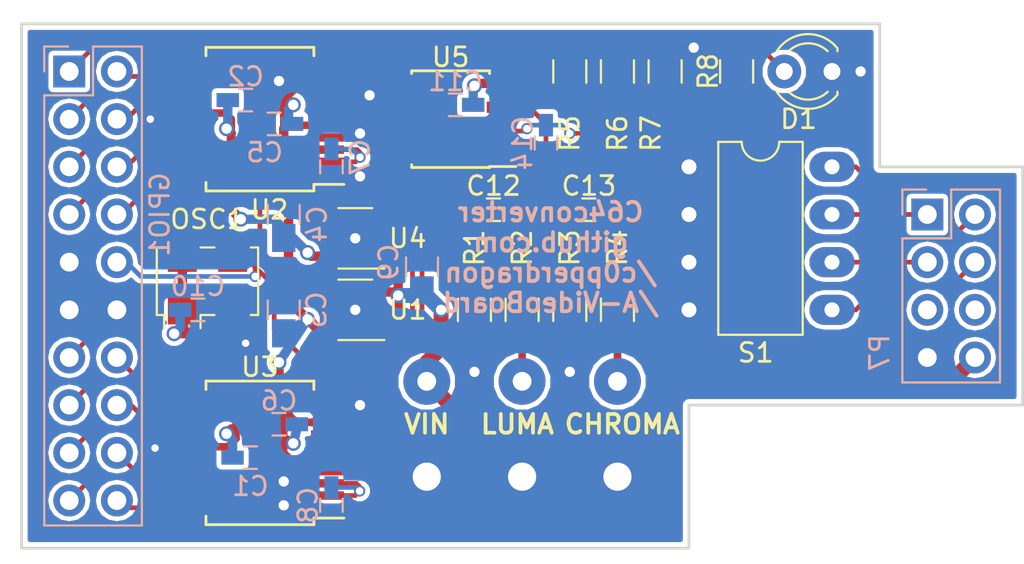
<source format=kicad_pcb>
(kicad_pcb (version 4) (host pcbnew 4.0.4-stable)

  (general
    (links 107)
    (no_connects 0)
    (area 113.076667 87.505 167.715001 117.915)
    (thickness 1.6)
    (drawings 13)
    (tracks 339)
    (zones 0)
    (modules 38)
    (nets 44)
  )

  (page A4)
  (layers
    (0 F.Cu signal)
    (31 B.Cu signal)
    (32 B.Adhes user)
    (33 F.Adhes user)
    (34 B.Paste user)
    (35 F.Paste user)
    (36 B.SilkS user)
    (37 F.SilkS user)
    (38 B.Mask user)
    (39 F.Mask user)
    (40 Dwgs.User user)
    (41 Cmts.User user)
    (42 Eco1.User user)
    (43 Eco2.User user)
    (44 Edge.Cuts user)
    (45 Margin user)
    (46 B.CrtYd user)
    (47 F.CrtYd user)
    (48 B.Fab user)
    (49 F.Fab user)
  )

  (setup
    (last_trace_width 0.8)
    (user_trace_width 0.4)
    (user_trace_width 0.8)
    (trace_clearance 0.2)
    (zone_clearance 0.25)
    (zone_45_only no)
    (trace_min 0.2)
    (segment_width 0.2)
    (edge_width 0.15)
    (via_size 0.6)
    (via_drill 0.4)
    (via_min_size 0.4)
    (via_min_drill 0.3)
    (uvia_size 0.3)
    (uvia_drill 0.1)
    (uvias_allowed no)
    (uvia_min_size 0.2)
    (uvia_min_drill 0.1)
    (pcb_text_width 0.3)
    (pcb_text_size 1.5 1.5)
    (mod_edge_width 0.15)
    (mod_text_size 1 1)
    (mod_text_width 0.15)
    (pad_size 1.524 1.524)
    (pad_drill 0.762)
    (pad_to_mask_clearance 0.2)
    (aux_axis_origin 0 0)
    (visible_elements 7FFEFFFF)
    (pcbplotparams
      (layerselection 0x010f0_80000001)
      (usegerberextensions false)
      (excludeedgelayer true)
      (linewidth 0.100000)
      (plotframeref false)
      (viasonmask false)
      (mode 1)
      (useauxorigin false)
      (hpglpennumber 1)
      (hpglpenspeed 20)
      (hpglpendiameter 15)
      (hpglpenoverlay 2)
      (psnegative false)
      (psa4output false)
      (plotreference true)
      (plotvalue true)
      (plotinvisibletext false)
      (padsonsilk false)
      (subtractmaskfromsilk false)
      (outputformat 1)
      (mirror false)
      (drillshape 0)
      (scaleselection 1)
      (outputdirectory gerber/))
  )

  (net 0 "")
  (net 1 GND)
  (net 2 +3V3)
  (net 3 /3.0V)
  (net 4 "Net-(C7-Pad1)")
  (net 5 "Net-(C8-Pad1)")
  (net 6 +5V)
  (net 7 "Net-(C12-Pad1)")
  (net 8 "Net-(C12-Pad2)")
  (net 9 "Net-(C13-Pad1)")
  (net 10 "Net-(C13-Pad2)")
  (net 11 "Net-(C14-Pad1)")
  (net 12 "Net-(D1-Pad2)")
  (net 13 "Net-(GPIO1-Pad1)")
  (net 14 "Net-(GPIO1-Pad2)")
  (net 15 "Net-(GPIO1-Pad3)")
  (net 16 "Net-(GPIO1-Pad4)")
  (net 17 "Net-(GPIO1-Pad5)")
  (net 18 "Net-(GPIO1-Pad6)")
  (net 19 "Net-(GPIO1-Pad7)")
  (net 20 "Net-(GPIO1-Pad8)")
  (net 21 "Net-(GPIO1-Pad10)")
  (net 22 "Net-(GPIO1-Pad13)")
  (net 23 "Net-(GPIO1-Pad14)")
  (net 24 "Net-(GPIO1-Pad15)")
  (net 25 "Net-(GPIO1-Pad16)")
  (net 26 "Net-(GPIO1-Pad17)")
  (net 27 "Net-(GPIO1-Pad18)")
  (net 28 "Net-(GPIO1-Pad19)")
  (net 29 "Net-(GPIO1-Pad20)")
  (net 30 "Net-(P1-Pad1)")
  (net 31 "Net-(P3-Pad1)")
  (net 32 "Net-(P7-Pad1)")
  (net 33 "Net-(P7-Pad2)")
  (net 34 "Net-(P7-Pad3)")
  (net 35 "Net-(P7-Pad4)")
  (net 36 "Net-(P7-Pad5)")
  (net 37 "Net-(P7-Pad6)")
  (net 38 "Net-(R5-Pad2)")
  (net 39 "Net-(U1-Pad4)")
  (net 40 "Net-(U2-Pad6)")
  (net 41 "Net-(U2-Pad7)")
  (net 42 "Net-(U3-Pad7)")
  (net 43 "Net-(U4-Pad4)")

  (net_class Default "This is the default net class."
    (clearance 0.2)
    (trace_width 0.25)
    (via_dia 0.6)
    (via_drill 0.4)
    (uvia_dia 0.3)
    (uvia_drill 0.1)
    (add_net "Net-(C12-Pad1)")
    (add_net "Net-(C12-Pad2)")
    (add_net "Net-(C13-Pad1)")
    (add_net "Net-(C13-Pad2)")
    (add_net "Net-(C14-Pad1)")
    (add_net "Net-(C7-Pad1)")
    (add_net "Net-(C8-Pad1)")
    (add_net "Net-(D1-Pad2)")
    (add_net "Net-(GPIO1-Pad1)")
    (add_net "Net-(GPIO1-Pad10)")
    (add_net "Net-(GPIO1-Pad13)")
    (add_net "Net-(GPIO1-Pad14)")
    (add_net "Net-(GPIO1-Pad15)")
    (add_net "Net-(GPIO1-Pad16)")
    (add_net "Net-(GPIO1-Pad17)")
    (add_net "Net-(GPIO1-Pad18)")
    (add_net "Net-(GPIO1-Pad19)")
    (add_net "Net-(GPIO1-Pad2)")
    (add_net "Net-(GPIO1-Pad20)")
    (add_net "Net-(GPIO1-Pad3)")
    (add_net "Net-(GPIO1-Pad4)")
    (add_net "Net-(GPIO1-Pad5)")
    (add_net "Net-(GPIO1-Pad6)")
    (add_net "Net-(GPIO1-Pad7)")
    (add_net "Net-(GPIO1-Pad8)")
    (add_net "Net-(P1-Pad1)")
    (add_net "Net-(P3-Pad1)")
    (add_net "Net-(P7-Pad1)")
    (add_net "Net-(P7-Pad2)")
    (add_net "Net-(P7-Pad3)")
    (add_net "Net-(P7-Pad4)")
    (add_net "Net-(P7-Pad5)")
    (add_net "Net-(P7-Pad6)")
    (add_net "Net-(R5-Pad2)")
    (add_net "Net-(U1-Pad4)")
    (add_net "Net-(U2-Pad6)")
    (add_net "Net-(U2-Pad7)")
    (add_net "Net-(U3-Pad7)")
    (add_net "Net-(U4-Pad4)")
  )

  (net_class power ""
    (clearance 0.2)
    (trace_width 0.5)
    (via_dia 0.8)
    (via_drill 0.55)
    (uvia_dia 0.3)
    (uvia_drill 0.1)
    (add_net +3V3)
    (add_net +5V)
    (add_net /3.0V)
    (add_net GND)
  )

  (module Capacitors_SMD:C_0603_HandSoldering (layer B.Cu) (tedit 5B0FB158) (tstamp 5B0DAC34)
    (at 126.492 112.014 180)
    (descr "Capacitor SMD 0603, hand soldering")
    (tags "capacitor 0603")
    (path /5B0B2E63)
    (attr smd)
    (fp_text reference C1 (at 0 -1.524 180) (layer B.SilkS)
      (effects (font (size 1 1) (thickness 0.15)) (justify mirror))
    )
    (fp_text value 100nF (at 0 -1.5 180) (layer B.Fab)
      (effects (font (size 1 1) (thickness 0.15)) (justify mirror))
    )
    (fp_text user %R (at 0 -1.524 180) (layer B.Fab)
      (effects (font (size 1 1) (thickness 0.15)) (justify mirror))
    )
    (fp_line (start -0.8 -0.4) (end -0.8 0.4) (layer B.Fab) (width 0.1))
    (fp_line (start 0.8 -0.4) (end -0.8 -0.4) (layer B.Fab) (width 0.1))
    (fp_line (start 0.8 0.4) (end 0.8 -0.4) (layer B.Fab) (width 0.1))
    (fp_line (start -0.8 0.4) (end 0.8 0.4) (layer B.Fab) (width 0.1))
    (fp_line (start -0.35 0.6) (end 0.35 0.6) (layer B.SilkS) (width 0.12))
    (fp_line (start 0.35 -0.6) (end -0.35 -0.6) (layer B.SilkS) (width 0.12))
    (fp_line (start -1.8 0.65) (end 1.8 0.65) (layer B.CrtYd) (width 0.05))
    (fp_line (start -1.8 0.65) (end -1.8 -0.65) (layer B.CrtYd) (width 0.05))
    (fp_line (start 1.8 -0.65) (end 1.8 0.65) (layer B.CrtYd) (width 0.05))
    (fp_line (start 1.8 -0.65) (end -1.8 -0.65) (layer B.CrtYd) (width 0.05))
    (pad 1 smd rect (at -0.95 0 180) (size 1.2 0.75) (layers B.Cu B.Paste B.Mask)
      (net 1 GND))
    (pad 2 smd rect (at 0.95 0 180) (size 1.2 0.75) (layers B.Cu B.Paste B.Mask)
      (net 2 +3V3))
    (model Capacitors_SMD.3dshapes/C_0603.wrl
      (at (xyz 0 0 0))
      (scale (xyz 1 1 1))
      (rotate (xyz 0 0 0))
    )
  )

  (module Capacitors_SMD:C_0603_HandSoldering (layer B.Cu) (tedit 58AA848B) (tstamp 5B0DAC3A)
    (at 126.238 92.964 180)
    (descr "Capacitor SMD 0603, hand soldering")
    (tags "capacitor 0603")
    (path /5B0B2A53)
    (attr smd)
    (fp_text reference C2 (at 0 1.25 180) (layer B.SilkS)
      (effects (font (size 1 1) (thickness 0.15)) (justify mirror))
    )
    (fp_text value 100nF (at 0 -1.5 180) (layer B.Fab)
      (effects (font (size 1 1) (thickness 0.15)) (justify mirror))
    )
    (fp_text user %R (at 0 1.25 180) (layer B.Fab)
      (effects (font (size 1 1) (thickness 0.15)) (justify mirror))
    )
    (fp_line (start -0.8 -0.4) (end -0.8 0.4) (layer B.Fab) (width 0.1))
    (fp_line (start 0.8 -0.4) (end -0.8 -0.4) (layer B.Fab) (width 0.1))
    (fp_line (start 0.8 0.4) (end 0.8 -0.4) (layer B.Fab) (width 0.1))
    (fp_line (start -0.8 0.4) (end 0.8 0.4) (layer B.Fab) (width 0.1))
    (fp_line (start -0.35 0.6) (end 0.35 0.6) (layer B.SilkS) (width 0.12))
    (fp_line (start 0.35 -0.6) (end -0.35 -0.6) (layer B.SilkS) (width 0.12))
    (fp_line (start -1.8 0.65) (end 1.8 0.65) (layer B.CrtYd) (width 0.05))
    (fp_line (start -1.8 0.65) (end -1.8 -0.65) (layer B.CrtYd) (width 0.05))
    (fp_line (start 1.8 -0.65) (end 1.8 0.65) (layer B.CrtYd) (width 0.05))
    (fp_line (start 1.8 -0.65) (end -1.8 -0.65) (layer B.CrtYd) (width 0.05))
    (pad 1 smd rect (at -0.95 0 180) (size 1.2 0.75) (layers B.Cu B.Paste B.Mask)
      (net 1 GND))
    (pad 2 smd rect (at 0.95 0 180) (size 1.2 0.75) (layers B.Cu B.Paste B.Mask)
      (net 2 +3V3))
    (model Capacitors_SMD.3dshapes/C_0603.wrl
      (at (xyz 0 0 0))
      (scale (xyz 1 1 1))
      (rotate (xyz 0 0 0))
    )
  )

  (module Capacitors_SMD:C_0805_HandSoldering (layer B.Cu) (tedit 58AA84A8) (tstamp 5B0DAC40)
    (at 128.27 104.14 90)
    (descr "Capacitor SMD 0805, hand soldering")
    (tags "capacitor 0805")
    (path /5B0AEC33)
    (attr smd)
    (fp_text reference C3 (at 0 1.75 90) (layer B.SilkS)
      (effects (font (size 1 1) (thickness 0.15)) (justify mirror))
    )
    (fp_text value 10uF (at 0 -1.75 90) (layer B.Fab)
      (effects (font (size 1 1) (thickness 0.15)) (justify mirror))
    )
    (fp_text user %R (at 0 1.75 90) (layer B.Fab)
      (effects (font (size 1 1) (thickness 0.15)) (justify mirror))
    )
    (fp_line (start -1 -0.62) (end -1 0.62) (layer B.Fab) (width 0.1))
    (fp_line (start 1 -0.62) (end -1 -0.62) (layer B.Fab) (width 0.1))
    (fp_line (start 1 0.62) (end 1 -0.62) (layer B.Fab) (width 0.1))
    (fp_line (start -1 0.62) (end 1 0.62) (layer B.Fab) (width 0.1))
    (fp_line (start 0.5 0.85) (end -0.5 0.85) (layer B.SilkS) (width 0.12))
    (fp_line (start -0.5 -0.85) (end 0.5 -0.85) (layer B.SilkS) (width 0.12))
    (fp_line (start -2.25 0.88) (end 2.25 0.88) (layer B.CrtYd) (width 0.05))
    (fp_line (start -2.25 0.88) (end -2.25 -0.87) (layer B.CrtYd) (width 0.05))
    (fp_line (start 2.25 -0.87) (end 2.25 0.88) (layer B.CrtYd) (width 0.05))
    (fp_line (start 2.25 -0.87) (end -2.25 -0.87) (layer B.CrtYd) (width 0.05))
    (pad 1 smd rect (at -1.25 0 90) (size 1.5 1.25) (layers B.Cu B.Paste B.Mask)
      (net 3 /3.0V))
    (pad 2 smd rect (at 1.25 0 90) (size 1.5 1.25) (layers B.Cu B.Paste B.Mask)
      (net 1 GND))
    (model Capacitors_SMD.3dshapes/C_0805.wrl
      (at (xyz 0 0 0))
      (scale (xyz 1 1 1))
      (rotate (xyz 0 0 0))
    )
  )

  (module Capacitors_SMD:C_0805_HandSoldering (layer B.Cu) (tedit 5B0FB0E0) (tstamp 5B0DAC46)
    (at 128.27 99.06 90)
    (descr "Capacitor SMD 0805, hand soldering")
    (tags "capacitor 0805")
    (path /5B0AF14A)
    (attr smd)
    (fp_text reference C4 (at -0.508 1.778 90) (layer B.SilkS)
      (effects (font (size 1 1) (thickness 0.15)) (justify mirror))
    )
    (fp_text value 10uF (at 0 -1.75 90) (layer B.Fab)
      (effects (font (size 1 1) (thickness 0.15)) (justify mirror))
    )
    (fp_text user %R (at -0.508 1.778 90) (layer B.Fab)
      (effects (font (size 1 1) (thickness 0.15)) (justify mirror))
    )
    (fp_line (start -1 -0.62) (end -1 0.62) (layer B.Fab) (width 0.1))
    (fp_line (start 1 -0.62) (end -1 -0.62) (layer B.Fab) (width 0.1))
    (fp_line (start 1 0.62) (end 1 -0.62) (layer B.Fab) (width 0.1))
    (fp_line (start -1 0.62) (end 1 0.62) (layer B.Fab) (width 0.1))
    (fp_line (start 0.5 0.85) (end -0.5 0.85) (layer B.SilkS) (width 0.12))
    (fp_line (start -0.5 -0.85) (end 0.5 -0.85) (layer B.SilkS) (width 0.12))
    (fp_line (start -2.25 0.88) (end 2.25 0.88) (layer B.CrtYd) (width 0.05))
    (fp_line (start -2.25 0.88) (end -2.25 -0.87) (layer B.CrtYd) (width 0.05))
    (fp_line (start 2.25 -0.87) (end 2.25 0.88) (layer B.CrtYd) (width 0.05))
    (fp_line (start 2.25 -0.87) (end -2.25 -0.87) (layer B.CrtYd) (width 0.05))
    (pad 1 smd rect (at -1.25 0 90) (size 1.5 1.25) (layers B.Cu B.Paste B.Mask)
      (net 2 +3V3))
    (pad 2 smd rect (at 1.25 0 90) (size 1.5 1.25) (layers B.Cu B.Paste B.Mask)
      (net 1 GND))
    (model Capacitors_SMD.3dshapes/C_0805.wrl
      (at (xyz 0 0 0))
      (scale (xyz 1 1 1))
      (rotate (xyz 0 0 0))
    )
  )

  (module Capacitors_SMD:C_0603_HandSoldering (layer B.Cu) (tedit 5B0FB140) (tstamp 5B0DAC4C)
    (at 127.762 94.234 180)
    (descr "Capacitor SMD 0603, hand soldering")
    (tags "capacitor 0603")
    (path /5B0B7924)
    (attr smd)
    (fp_text reference C5 (at 0.508 -1.524 180) (layer B.SilkS)
      (effects (font (size 1 1) (thickness 0.15)) (justify mirror))
    )
    (fp_text value 100nF (at 0 -1.5 180) (layer B.Fab)
      (effects (font (size 1 1) (thickness 0.15)) (justify mirror))
    )
    (fp_text user %R (at 0.508 -1.524 180) (layer B.Fab)
      (effects (font (size 1 1) (thickness 0.15)) (justify mirror))
    )
    (fp_line (start -0.8 -0.4) (end -0.8 0.4) (layer B.Fab) (width 0.1))
    (fp_line (start 0.8 -0.4) (end -0.8 -0.4) (layer B.Fab) (width 0.1))
    (fp_line (start 0.8 0.4) (end 0.8 -0.4) (layer B.Fab) (width 0.1))
    (fp_line (start -0.8 0.4) (end 0.8 0.4) (layer B.Fab) (width 0.1))
    (fp_line (start -0.35 0.6) (end 0.35 0.6) (layer B.SilkS) (width 0.12))
    (fp_line (start 0.35 -0.6) (end -0.35 -0.6) (layer B.SilkS) (width 0.12))
    (fp_line (start -1.8 0.65) (end 1.8 0.65) (layer B.CrtYd) (width 0.05))
    (fp_line (start -1.8 0.65) (end -1.8 -0.65) (layer B.CrtYd) (width 0.05))
    (fp_line (start 1.8 -0.65) (end 1.8 0.65) (layer B.CrtYd) (width 0.05))
    (fp_line (start 1.8 -0.65) (end -1.8 -0.65) (layer B.CrtYd) (width 0.05))
    (pad 1 smd rect (at -0.95 0 180) (size 1.2 0.75) (layers B.Cu B.Paste B.Mask)
      (net 3 /3.0V))
    (pad 2 smd rect (at 0.95 0 180) (size 1.2 0.75) (layers B.Cu B.Paste B.Mask)
      (net 1 GND))
    (model Capacitors_SMD.3dshapes/C_0603.wrl
      (at (xyz 0 0 0))
      (scale (xyz 1 1 1))
      (rotate (xyz 0 0 0))
    )
  )

  (module Capacitors_SMD:C_0603_HandSoldering (layer B.Cu) (tedit 58AA848B) (tstamp 5B0DAC52)
    (at 128.016 110.236 180)
    (descr "Capacitor SMD 0603, hand soldering")
    (tags "capacitor 0603")
    (path /5B0B7E30)
    (attr smd)
    (fp_text reference C6 (at 0 1.25 180) (layer B.SilkS)
      (effects (font (size 1 1) (thickness 0.15)) (justify mirror))
    )
    (fp_text value 100nF (at 0 -1.5 180) (layer B.Fab)
      (effects (font (size 1 1) (thickness 0.15)) (justify mirror))
    )
    (fp_text user %R (at 0 1.25 180) (layer B.Fab)
      (effects (font (size 1 1) (thickness 0.15)) (justify mirror))
    )
    (fp_line (start -0.8 -0.4) (end -0.8 0.4) (layer B.Fab) (width 0.1))
    (fp_line (start 0.8 -0.4) (end -0.8 -0.4) (layer B.Fab) (width 0.1))
    (fp_line (start 0.8 0.4) (end 0.8 -0.4) (layer B.Fab) (width 0.1))
    (fp_line (start -0.8 0.4) (end 0.8 0.4) (layer B.Fab) (width 0.1))
    (fp_line (start -0.35 0.6) (end 0.35 0.6) (layer B.SilkS) (width 0.12))
    (fp_line (start 0.35 -0.6) (end -0.35 -0.6) (layer B.SilkS) (width 0.12))
    (fp_line (start -1.8 0.65) (end 1.8 0.65) (layer B.CrtYd) (width 0.05))
    (fp_line (start -1.8 0.65) (end -1.8 -0.65) (layer B.CrtYd) (width 0.05))
    (fp_line (start 1.8 -0.65) (end 1.8 0.65) (layer B.CrtYd) (width 0.05))
    (fp_line (start 1.8 -0.65) (end -1.8 -0.65) (layer B.CrtYd) (width 0.05))
    (pad 1 smd rect (at -0.95 0 180) (size 1.2 0.75) (layers B.Cu B.Paste B.Mask)
      (net 3 /3.0V))
    (pad 2 smd rect (at 0.95 0 180) (size 1.2 0.75) (layers B.Cu B.Paste B.Mask)
      (net 1 GND))
    (model Capacitors_SMD.3dshapes/C_0603.wrl
      (at (xyz 0 0 0))
      (scale (xyz 1 1 1))
      (rotate (xyz 0 0 0))
    )
  )

  (module Capacitors_SMD:C_0603_HandSoldering (layer B.Cu) (tedit 5B0FB0DA) (tstamp 5B0DAC58)
    (at 130.81 96.52 270)
    (descr "Capacitor SMD 0603, hand soldering")
    (tags "capacitor 0603")
    (path /5B0B6B39)
    (attr smd)
    (fp_text reference C7 (at -0.508 -1.524 270) (layer B.SilkS)
      (effects (font (size 1 1) (thickness 0.15)) (justify mirror))
    )
    (fp_text value 100nF (at 0 -1.5 270) (layer B.Fab)
      (effects (font (size 1 1) (thickness 0.15)) (justify mirror))
    )
    (fp_text user %R (at -0.508 -1.524 270) (layer B.Fab)
      (effects (font (size 1 1) (thickness 0.15)) (justify mirror))
    )
    (fp_line (start -0.8 -0.4) (end -0.8 0.4) (layer B.Fab) (width 0.1))
    (fp_line (start 0.8 -0.4) (end -0.8 -0.4) (layer B.Fab) (width 0.1))
    (fp_line (start 0.8 0.4) (end 0.8 -0.4) (layer B.Fab) (width 0.1))
    (fp_line (start -0.8 0.4) (end 0.8 0.4) (layer B.Fab) (width 0.1))
    (fp_line (start -0.35 0.6) (end 0.35 0.6) (layer B.SilkS) (width 0.12))
    (fp_line (start 0.35 -0.6) (end -0.35 -0.6) (layer B.SilkS) (width 0.12))
    (fp_line (start -1.8 0.65) (end 1.8 0.65) (layer B.CrtYd) (width 0.05))
    (fp_line (start -1.8 0.65) (end -1.8 -0.65) (layer B.CrtYd) (width 0.05))
    (fp_line (start 1.8 -0.65) (end 1.8 0.65) (layer B.CrtYd) (width 0.05))
    (fp_line (start 1.8 -0.65) (end -1.8 -0.65) (layer B.CrtYd) (width 0.05))
    (pad 1 smd rect (at -0.95 0 270) (size 1.2 0.75) (layers B.Cu B.Paste B.Mask)
      (net 4 "Net-(C7-Pad1)"))
    (pad 2 smd rect (at 0.95 0 270) (size 1.2 0.75) (layers B.Cu B.Paste B.Mask)
      (net 1 GND))
    (model Capacitors_SMD.3dshapes/C_0603.wrl
      (at (xyz 0 0 0))
      (scale (xyz 1 1 1))
      (rotate (xyz 0 0 0))
    )
  )

  (module Capacitors_SMD:C_0603_HandSoldering (layer B.Cu) (tedit 58AA848B) (tstamp 5B0DAC5E)
    (at 130.81 114.554 270)
    (descr "Capacitor SMD 0603, hand soldering")
    (tags "capacitor 0603")
    (path /5B0B6F6A)
    (attr smd)
    (fp_text reference C8 (at 0 1.25 270) (layer B.SilkS)
      (effects (font (size 1 1) (thickness 0.15)) (justify mirror))
    )
    (fp_text value 100nF (at 0 -1.5 270) (layer B.Fab)
      (effects (font (size 1 1) (thickness 0.15)) (justify mirror))
    )
    (fp_text user %R (at 0 1.25 270) (layer B.Fab)
      (effects (font (size 1 1) (thickness 0.15)) (justify mirror))
    )
    (fp_line (start -0.8 -0.4) (end -0.8 0.4) (layer B.Fab) (width 0.1))
    (fp_line (start 0.8 -0.4) (end -0.8 -0.4) (layer B.Fab) (width 0.1))
    (fp_line (start 0.8 0.4) (end 0.8 -0.4) (layer B.Fab) (width 0.1))
    (fp_line (start -0.8 0.4) (end 0.8 0.4) (layer B.Fab) (width 0.1))
    (fp_line (start -0.35 0.6) (end 0.35 0.6) (layer B.SilkS) (width 0.12))
    (fp_line (start 0.35 -0.6) (end -0.35 -0.6) (layer B.SilkS) (width 0.12))
    (fp_line (start -1.8 0.65) (end 1.8 0.65) (layer B.CrtYd) (width 0.05))
    (fp_line (start -1.8 0.65) (end -1.8 -0.65) (layer B.CrtYd) (width 0.05))
    (fp_line (start 1.8 -0.65) (end 1.8 0.65) (layer B.CrtYd) (width 0.05))
    (fp_line (start 1.8 -0.65) (end -1.8 -0.65) (layer B.CrtYd) (width 0.05))
    (pad 1 smd rect (at -0.95 0 270) (size 1.2 0.75) (layers B.Cu B.Paste B.Mask)
      (net 5 "Net-(C8-Pad1)"))
    (pad 2 smd rect (at 0.95 0 270) (size 1.2 0.75) (layers B.Cu B.Paste B.Mask)
      (net 1 GND))
    (model Capacitors_SMD.3dshapes/C_0603.wrl
      (at (xyz 0 0 0))
      (scale (xyz 1 1 1))
      (rotate (xyz 0 0 0))
    )
  )

  (module Capacitors_SMD:C_0805_HandSoldering (layer B.Cu) (tedit 5B0FB7DB) (tstamp 5B0DAC64)
    (at 135.636 101.854 90)
    (descr "Capacitor SMD 0805, hand soldering")
    (tags "capacitor 0805")
    (path /5B0BC29B)
    (attr smd)
    (fp_text reference C9 (at 0.254 -1.778 90) (layer B.SilkS)
      (effects (font (size 1 1) (thickness 0.15)) (justify mirror))
    )
    (fp_text value 10uF (at 0 -1.75 90) (layer B.Fab)
      (effects (font (size 1 1) (thickness 0.15)) (justify mirror))
    )
    (fp_text user %R (at 0.254 -1.778 90) (layer B.Fab)
      (effects (font (size 1 1) (thickness 0.15)) (justify mirror))
    )
    (fp_line (start -1 -0.62) (end -1 0.62) (layer B.Fab) (width 0.1))
    (fp_line (start 1 -0.62) (end -1 -0.62) (layer B.Fab) (width 0.1))
    (fp_line (start 1 0.62) (end 1 -0.62) (layer B.Fab) (width 0.1))
    (fp_line (start -1 0.62) (end 1 0.62) (layer B.Fab) (width 0.1))
    (fp_line (start 0.5 0.85) (end -0.5 0.85) (layer B.SilkS) (width 0.12))
    (fp_line (start -0.5 -0.85) (end 0.5 -0.85) (layer B.SilkS) (width 0.12))
    (fp_line (start -2.25 0.88) (end 2.25 0.88) (layer B.CrtYd) (width 0.05))
    (fp_line (start -2.25 0.88) (end -2.25 -0.87) (layer B.CrtYd) (width 0.05))
    (fp_line (start 2.25 -0.87) (end 2.25 0.88) (layer B.CrtYd) (width 0.05))
    (fp_line (start 2.25 -0.87) (end -2.25 -0.87) (layer B.CrtYd) (width 0.05))
    (pad 1 smd rect (at -1.25 0 90) (size 1.5 1.25) (layers B.Cu B.Paste B.Mask)
      (net 6 +5V))
    (pad 2 smd rect (at 1.25 0 90) (size 1.5 1.25) (layers B.Cu B.Paste B.Mask)
      (net 1 GND))
    (model Capacitors_SMD.3dshapes/C_0805.wrl
      (at (xyz 0 0 0))
      (scale (xyz 1 1 1))
      (rotate (xyz 0 0 0))
    )
  )

  (module Capacitors_SMD:C_0603_HandSoldering (layer B.Cu) (tedit 58AA848B) (tstamp 5B0DAC6A)
    (at 123.698 104.14 180)
    (descr "Capacitor SMD 0603, hand soldering")
    (tags "capacitor 0603")
    (path /5B0B64D0)
    (attr smd)
    (fp_text reference C10 (at 0 1.25 180) (layer B.SilkS)
      (effects (font (size 1 1) (thickness 0.15)) (justify mirror))
    )
    (fp_text value 100nF (at 0 -1.5 180) (layer B.Fab)
      (effects (font (size 1 1) (thickness 0.15)) (justify mirror))
    )
    (fp_text user %R (at 0 1.25 180) (layer B.Fab)
      (effects (font (size 1 1) (thickness 0.15)) (justify mirror))
    )
    (fp_line (start -0.8 -0.4) (end -0.8 0.4) (layer B.Fab) (width 0.1))
    (fp_line (start 0.8 -0.4) (end -0.8 -0.4) (layer B.Fab) (width 0.1))
    (fp_line (start 0.8 0.4) (end 0.8 -0.4) (layer B.Fab) (width 0.1))
    (fp_line (start -0.8 0.4) (end 0.8 0.4) (layer B.Fab) (width 0.1))
    (fp_line (start -0.35 0.6) (end 0.35 0.6) (layer B.SilkS) (width 0.12))
    (fp_line (start 0.35 -0.6) (end -0.35 -0.6) (layer B.SilkS) (width 0.12))
    (fp_line (start -1.8 0.65) (end 1.8 0.65) (layer B.CrtYd) (width 0.05))
    (fp_line (start -1.8 0.65) (end -1.8 -0.65) (layer B.CrtYd) (width 0.05))
    (fp_line (start 1.8 -0.65) (end 1.8 0.65) (layer B.CrtYd) (width 0.05))
    (fp_line (start 1.8 -0.65) (end -1.8 -0.65) (layer B.CrtYd) (width 0.05))
    (pad 1 smd rect (at -0.95 0 180) (size 1.2 0.75) (layers B.Cu B.Paste B.Mask)
      (net 1 GND))
    (pad 2 smd rect (at 0.95 0 180) (size 1.2 0.75) (layers B.Cu B.Paste B.Mask)
      (net 2 +3V3))
    (model Capacitors_SMD.3dshapes/C_0603.wrl
      (at (xyz 0 0 0))
      (scale (xyz 1 1 1))
      (rotate (xyz 0 0 0))
    )
  )

  (module Capacitors_SMD:C_0603_HandSoldering (layer B.Cu) (tedit 58AA848B) (tstamp 5B0DAC70)
    (at 137.414 93.218 180)
    (descr "Capacitor SMD 0603, hand soldering")
    (tags "capacitor 0603")
    (path /5B0B920C)
    (attr smd)
    (fp_text reference C11 (at 0 1.25 180) (layer B.SilkS)
      (effects (font (size 1 1) (thickness 0.15)) (justify mirror))
    )
    (fp_text value 100nF (at 0 -1.5 180) (layer B.Fab)
      (effects (font (size 1 1) (thickness 0.15)) (justify mirror))
    )
    (fp_text user %R (at 0 1.25 180) (layer B.Fab)
      (effects (font (size 1 1) (thickness 0.15)) (justify mirror))
    )
    (fp_line (start -0.8 -0.4) (end -0.8 0.4) (layer B.Fab) (width 0.1))
    (fp_line (start 0.8 -0.4) (end -0.8 -0.4) (layer B.Fab) (width 0.1))
    (fp_line (start 0.8 0.4) (end 0.8 -0.4) (layer B.Fab) (width 0.1))
    (fp_line (start -0.8 0.4) (end 0.8 0.4) (layer B.Fab) (width 0.1))
    (fp_line (start -0.35 0.6) (end 0.35 0.6) (layer B.SilkS) (width 0.12))
    (fp_line (start 0.35 -0.6) (end -0.35 -0.6) (layer B.SilkS) (width 0.12))
    (fp_line (start -1.8 0.65) (end 1.8 0.65) (layer B.CrtYd) (width 0.05))
    (fp_line (start -1.8 0.65) (end -1.8 -0.65) (layer B.CrtYd) (width 0.05))
    (fp_line (start 1.8 -0.65) (end 1.8 0.65) (layer B.CrtYd) (width 0.05))
    (fp_line (start 1.8 -0.65) (end -1.8 -0.65) (layer B.CrtYd) (width 0.05))
    (pad 1 smd rect (at -0.95 0 180) (size 1.2 0.75) (layers B.Cu B.Paste B.Mask)
      (net 3 /3.0V))
    (pad 2 smd rect (at 0.95 0 180) (size 1.2 0.75) (layers B.Cu B.Paste B.Mask)
      (net 1 GND))
    (model Capacitors_SMD.3dshapes/C_0603.wrl
      (at (xyz 0 0 0))
      (scale (xyz 1 1 1))
      (rotate (xyz 0 0 0))
    )
  )

  (module Capacitors_SMD:C_0603_HandSoldering (layer F.Cu) (tedit 5B0FB4C6) (tstamp 5B0DAC76)
    (at 139.446 98.806 180)
    (descr "Capacitor SMD 0603, hand soldering")
    (tags "capacitor 0603")
    (path /5B0C0AAA)
    (attr smd)
    (fp_text reference C12 (at 0 1.27 180) (layer F.SilkS)
      (effects (font (size 1 1) (thickness 0.15)))
    )
    (fp_text value 100nF (at 0 1.5 180) (layer F.Fab)
      (effects (font (size 1 1) (thickness 0.15)))
    )
    (fp_text user %R (at 0 1.27 180) (layer F.Fab)
      (effects (font (size 1 1) (thickness 0.15)))
    )
    (fp_line (start -0.8 0.4) (end -0.8 -0.4) (layer F.Fab) (width 0.1))
    (fp_line (start 0.8 0.4) (end -0.8 0.4) (layer F.Fab) (width 0.1))
    (fp_line (start 0.8 -0.4) (end 0.8 0.4) (layer F.Fab) (width 0.1))
    (fp_line (start -0.8 -0.4) (end 0.8 -0.4) (layer F.Fab) (width 0.1))
    (fp_line (start -0.35 -0.6) (end 0.35 -0.6) (layer F.SilkS) (width 0.12))
    (fp_line (start 0.35 0.6) (end -0.35 0.6) (layer F.SilkS) (width 0.12))
    (fp_line (start -1.8 -0.65) (end 1.8 -0.65) (layer F.CrtYd) (width 0.05))
    (fp_line (start -1.8 -0.65) (end -1.8 0.65) (layer F.CrtYd) (width 0.05))
    (fp_line (start 1.8 0.65) (end 1.8 -0.65) (layer F.CrtYd) (width 0.05))
    (fp_line (start 1.8 0.65) (end -1.8 0.65) (layer F.CrtYd) (width 0.05))
    (pad 1 smd rect (at -0.95 0 180) (size 1.2 0.75) (layers F.Cu F.Paste F.Mask)
      (net 7 "Net-(C12-Pad1)"))
    (pad 2 smd rect (at 0.95 0 180) (size 1.2 0.75) (layers F.Cu F.Paste F.Mask)
      (net 8 "Net-(C12-Pad2)"))
    (model Capacitors_SMD.3dshapes/C_0603.wrl
      (at (xyz 0 0 0))
      (scale (xyz 1 1 1))
      (rotate (xyz 0 0 0))
    )
  )

  (module Capacitors_SMD:C_0603_HandSoldering (layer F.Cu) (tedit 5B0FB473) (tstamp 5B0DAC7C)
    (at 144.526 98.806)
    (descr "Capacitor SMD 0603, hand soldering")
    (tags "capacitor 0603")
    (path /5B0C110B)
    (attr smd)
    (fp_text reference C13 (at 0 -1.27) (layer F.SilkS)
      (effects (font (size 1 1) (thickness 0.15)))
    )
    (fp_text value 100nF (at 0 1.5) (layer F.Fab)
      (effects (font (size 1 1) (thickness 0.15)))
    )
    (fp_text user %R (at 0 -1.27) (layer F.Fab)
      (effects (font (size 1 1) (thickness 0.15)))
    )
    (fp_line (start -0.8 0.4) (end -0.8 -0.4) (layer F.Fab) (width 0.1))
    (fp_line (start 0.8 0.4) (end -0.8 0.4) (layer F.Fab) (width 0.1))
    (fp_line (start 0.8 -0.4) (end 0.8 0.4) (layer F.Fab) (width 0.1))
    (fp_line (start -0.8 -0.4) (end 0.8 -0.4) (layer F.Fab) (width 0.1))
    (fp_line (start -0.35 -0.6) (end 0.35 -0.6) (layer F.SilkS) (width 0.12))
    (fp_line (start 0.35 0.6) (end -0.35 0.6) (layer F.SilkS) (width 0.12))
    (fp_line (start -1.8 -0.65) (end 1.8 -0.65) (layer F.CrtYd) (width 0.05))
    (fp_line (start -1.8 -0.65) (end -1.8 0.65) (layer F.CrtYd) (width 0.05))
    (fp_line (start 1.8 0.65) (end 1.8 -0.65) (layer F.CrtYd) (width 0.05))
    (fp_line (start 1.8 0.65) (end -1.8 0.65) (layer F.CrtYd) (width 0.05))
    (pad 1 smd rect (at -0.95 0) (size 1.2 0.75) (layers F.Cu F.Paste F.Mask)
      (net 9 "Net-(C13-Pad1)"))
    (pad 2 smd rect (at 0.95 0) (size 1.2 0.75) (layers F.Cu F.Paste F.Mask)
      (net 10 "Net-(C13-Pad2)"))
    (model Capacitors_SMD.3dshapes/C_0603.wrl
      (at (xyz 0 0 0))
      (scale (xyz 1 1 1))
      (rotate (xyz 0 0 0))
    )
  )

  (module Capacitors_SMD:C_0603_HandSoldering (layer B.Cu) (tedit 58AA848B) (tstamp 5B0DAC82)
    (at 142.24 95.25 270)
    (descr "Capacitor SMD 0603, hand soldering")
    (tags "capacitor 0603")
    (path /5B0BF7F8)
    (attr smd)
    (fp_text reference C14 (at 0 1.25 270) (layer B.SilkS)
      (effects (font (size 1 1) (thickness 0.15)) (justify mirror))
    )
    (fp_text value 100nF (at 0 -1.5 270) (layer B.Fab)
      (effects (font (size 1 1) (thickness 0.15)) (justify mirror))
    )
    (fp_text user %R (at 0 1.25 270) (layer B.Fab)
      (effects (font (size 1 1) (thickness 0.15)) (justify mirror))
    )
    (fp_line (start -0.8 -0.4) (end -0.8 0.4) (layer B.Fab) (width 0.1))
    (fp_line (start 0.8 -0.4) (end -0.8 -0.4) (layer B.Fab) (width 0.1))
    (fp_line (start 0.8 0.4) (end 0.8 -0.4) (layer B.Fab) (width 0.1))
    (fp_line (start -0.8 0.4) (end 0.8 0.4) (layer B.Fab) (width 0.1))
    (fp_line (start -0.35 0.6) (end 0.35 0.6) (layer B.SilkS) (width 0.12))
    (fp_line (start 0.35 -0.6) (end -0.35 -0.6) (layer B.SilkS) (width 0.12))
    (fp_line (start -1.8 0.65) (end 1.8 0.65) (layer B.CrtYd) (width 0.05))
    (fp_line (start -1.8 0.65) (end -1.8 -0.65) (layer B.CrtYd) (width 0.05))
    (fp_line (start 1.8 -0.65) (end 1.8 0.65) (layer B.CrtYd) (width 0.05))
    (fp_line (start 1.8 -0.65) (end -1.8 -0.65) (layer B.CrtYd) (width 0.05))
    (pad 1 smd rect (at -0.95 0 270) (size 1.2 0.75) (layers B.Cu B.Paste B.Mask)
      (net 11 "Net-(C14-Pad1)"))
    (pad 2 smd rect (at 0.95 0 270) (size 1.2 0.75) (layers B.Cu B.Paste B.Mask)
      (net 1 GND))
    (model Capacitors_SMD.3dshapes/C_0603.wrl
      (at (xyz 0 0 0))
      (scale (xyz 1 1 1))
      (rotate (xyz 0 0 0))
    )
  )

  (module LEDs:LED_D3.0mm (layer F.Cu) (tedit 5B0FB02C) (tstamp 5B0DAC88)
    (at 157.48 91.44 180)
    (descr "LED, diameter 3.0mm, 2 pins")
    (tags "LED diameter 3.0mm 2 pins")
    (path /5B0CA7DF)
    (fp_text reference D1 (at 1.778 -2.54 180) (layer F.SilkS)
      (effects (font (size 1 1) (thickness 0.15)))
    )
    (fp_text value "Power on" (at 1.27 2.96 180) (layer F.Fab)
      (effects (font (size 1 1) (thickness 0.15)))
    )
    (fp_arc (start 1.27 0) (end -0.23 -1.16619) (angle 284.3) (layer F.Fab) (width 0.1))
    (fp_arc (start 1.27 0) (end -0.29 -1.235516) (angle 108.8) (layer F.SilkS) (width 0.12))
    (fp_arc (start 1.27 0) (end -0.29 1.235516) (angle -108.8) (layer F.SilkS) (width 0.12))
    (fp_arc (start 1.27 0) (end 0.229039 -1.08) (angle 87.9) (layer F.SilkS) (width 0.12))
    (fp_arc (start 1.27 0) (end 0.229039 1.08) (angle -87.9) (layer F.SilkS) (width 0.12))
    (fp_circle (center 1.27 0) (end 2.77 0) (layer F.Fab) (width 0.1))
    (fp_line (start -0.23 -1.16619) (end -0.23 1.16619) (layer F.Fab) (width 0.1))
    (fp_line (start -0.29 -1.236) (end -0.29 -1.08) (layer F.SilkS) (width 0.12))
    (fp_line (start -0.29 1.08) (end -0.29 1.236) (layer F.SilkS) (width 0.12))
    (fp_line (start -1.15 -2.25) (end -1.15 2.25) (layer F.CrtYd) (width 0.05))
    (fp_line (start -1.15 2.25) (end 3.7 2.25) (layer F.CrtYd) (width 0.05))
    (fp_line (start 3.7 2.25) (end 3.7 -2.25) (layer F.CrtYd) (width 0.05))
    (fp_line (start 3.7 -2.25) (end -1.15 -2.25) (layer F.CrtYd) (width 0.05))
    (pad 1 thru_hole rect (at 0 0 180) (size 1.8 1.8) (drill 0.9) (layers *.Cu *.Mask)
      (net 1 GND))
    (pad 2 thru_hole circle (at 2.54 0 180) (size 1.8 1.8) (drill 0.9) (layers *.Cu *.Mask)
      (net 12 "Net-(D1-Pad2)"))
    (model ${KISYS3DMOD}/LEDs.3dshapes/LED_D3.0mm.wrl
      (at (xyz 0 0 0))
      (scale (xyz 0.393701 0.393701 0.393701))
      (rotate (xyz 0 0 0))
    )
  )

  (module Socket_Strips:Socket_Strip_Straight_2x10_Pitch2.54mm (layer B.Cu) (tedit 5B0FB162) (tstamp 5B0DACA0)
    (at 116.84 91.44 180)
    (descr "Through hole straight socket strip, 2x10, 2.54mm pitch, double rows")
    (tags "Through hole socket strip THT 2x10 2.54mm double row")
    (path /5B0ADE07)
    (fp_text reference GPIO1 (at -4.826 -7.62 450) (layer B.SilkS)
      (effects (font (size 1 1) (thickness 0.15)) (justify mirror))
    )
    (fp_text value CONN_02X10 (at -1.27 -25.19 180) (layer B.Fab)
      (effects (font (size 1 1) (thickness 0.15)) (justify mirror))
    )
    (fp_line (start -3.81 1.27) (end -3.81 -24.13) (layer B.Fab) (width 0.1))
    (fp_line (start -3.81 -24.13) (end 1.27 -24.13) (layer B.Fab) (width 0.1))
    (fp_line (start 1.27 -24.13) (end 1.27 1.27) (layer B.Fab) (width 0.1))
    (fp_line (start 1.27 1.27) (end -3.81 1.27) (layer B.Fab) (width 0.1))
    (fp_line (start 1.33 -1.27) (end 1.33 -24.19) (layer B.SilkS) (width 0.12))
    (fp_line (start 1.33 -24.19) (end -3.87 -24.19) (layer B.SilkS) (width 0.12))
    (fp_line (start -3.87 -24.19) (end -3.87 1.33) (layer B.SilkS) (width 0.12))
    (fp_line (start -3.87 1.33) (end -1.27 1.33) (layer B.SilkS) (width 0.12))
    (fp_line (start -1.27 1.33) (end -1.27 -1.27) (layer B.SilkS) (width 0.12))
    (fp_line (start -1.27 -1.27) (end 1.33 -1.27) (layer B.SilkS) (width 0.12))
    (fp_line (start 1.33 0) (end 1.33 1.33) (layer B.SilkS) (width 0.12))
    (fp_line (start 1.33 1.33) (end 0.06 1.33) (layer B.SilkS) (width 0.12))
    (fp_line (start -4.35 1.8) (end -4.35 -24.65) (layer B.CrtYd) (width 0.05))
    (fp_line (start -4.35 -24.65) (end 1.8 -24.65) (layer B.CrtYd) (width 0.05))
    (fp_line (start 1.8 -24.65) (end 1.8 1.8) (layer B.CrtYd) (width 0.05))
    (fp_line (start 1.8 1.8) (end -4.35 1.8) (layer B.CrtYd) (width 0.05))
    (fp_text user %R (at -4.826 -7.62 270) (layer B.Fab)
      (effects (font (size 1 1) (thickness 0.15)) (justify mirror))
    )
    (pad 1 thru_hole rect (at 0 0 180) (size 1.7 1.7) (drill 1) (layers *.Cu *.Mask)
      (net 13 "Net-(GPIO1-Pad1)"))
    (pad 2 thru_hole oval (at -2.54 0 180) (size 1.7 1.7) (drill 1) (layers *.Cu *.Mask)
      (net 14 "Net-(GPIO1-Pad2)"))
    (pad 3 thru_hole oval (at 0 -2.54 180) (size 1.7 1.7) (drill 1) (layers *.Cu *.Mask)
      (net 15 "Net-(GPIO1-Pad3)"))
    (pad 4 thru_hole oval (at -2.54 -2.54 180) (size 1.7 1.7) (drill 1) (layers *.Cu *.Mask)
      (net 16 "Net-(GPIO1-Pad4)"))
    (pad 5 thru_hole oval (at 0 -5.08 180) (size 1.7 1.7) (drill 1) (layers *.Cu *.Mask)
      (net 17 "Net-(GPIO1-Pad5)"))
    (pad 6 thru_hole oval (at -2.54 -5.08 180) (size 1.7 1.7) (drill 1) (layers *.Cu *.Mask)
      (net 18 "Net-(GPIO1-Pad6)"))
    (pad 7 thru_hole oval (at 0 -7.62 180) (size 1.7 1.7) (drill 1) (layers *.Cu *.Mask)
      (net 19 "Net-(GPIO1-Pad7)"))
    (pad 8 thru_hole oval (at -2.54 -7.62 180) (size 1.7 1.7) (drill 1) (layers *.Cu *.Mask)
      (net 20 "Net-(GPIO1-Pad8)"))
    (pad 9 thru_hole oval (at 0 -10.16 180) (size 1.7 1.7) (drill 1) (layers *.Cu *.Mask)
      (net 1 GND))
    (pad 10 thru_hole oval (at -2.54 -10.16 180) (size 1.7 1.7) (drill 1) (layers *.Cu *.Mask)
      (net 21 "Net-(GPIO1-Pad10)"))
    (pad 11 thru_hole oval (at 0 -12.7 180) (size 1.7 1.7) (drill 1) (layers *.Cu *.Mask)
      (net 1 GND))
    (pad 12 thru_hole oval (at -2.54 -12.7 180) (size 1.7 1.7) (drill 1) (layers *.Cu *.Mask)
      (net 1 GND))
    (pad 13 thru_hole oval (at 0 -15.24 180) (size 1.7 1.7) (drill 1) (layers *.Cu *.Mask)
      (net 22 "Net-(GPIO1-Pad13)"))
    (pad 14 thru_hole oval (at -2.54 -15.24 180) (size 1.7 1.7) (drill 1) (layers *.Cu *.Mask)
      (net 23 "Net-(GPIO1-Pad14)"))
    (pad 15 thru_hole oval (at 0 -17.78 180) (size 1.7 1.7) (drill 1) (layers *.Cu *.Mask)
      (net 24 "Net-(GPIO1-Pad15)"))
    (pad 16 thru_hole oval (at -2.54 -17.78 180) (size 1.7 1.7) (drill 1) (layers *.Cu *.Mask)
      (net 25 "Net-(GPIO1-Pad16)"))
    (pad 17 thru_hole oval (at 0 -20.32 180) (size 1.7 1.7) (drill 1) (layers *.Cu *.Mask)
      (net 26 "Net-(GPIO1-Pad17)"))
    (pad 18 thru_hole oval (at -2.54 -20.32 180) (size 1.7 1.7) (drill 1) (layers *.Cu *.Mask)
      (net 27 "Net-(GPIO1-Pad18)"))
    (pad 19 thru_hole oval (at 0 -22.86 180) (size 1.7 1.7) (drill 1) (layers *.Cu *.Mask)
      (net 28 "Net-(GPIO1-Pad19)"))
    (pad 20 thru_hole oval (at -2.54 -22.86 180) (size 1.7 1.7) (drill 1) (layers *.Cu *.Mask)
      (net 29 "Net-(GPIO1-Pad20)"))
    (model ${KISYS3DMOD}/Socket_Strips.3dshapes/Socket_Strip_Straight_2x10_Pitch2.54mm.wrl
      (at (xyz -0.05 -0.45 0))
      (scale (xyz 1 1 1))
      (rotate (xyz 0 0 270))
    )
  )

  (module Oscillators:Oscillator_SMD_EuroQuartz_XO53-4pin_5.0x3.2mm_HandSoldering (layer F.Cu) (tedit 58CD3345) (tstamp 5B0DACA8)
    (at 124.206 102.616)
    (descr "Miniature Crystal Clock Oscillator EuroQuartz XO53 series, http://cdn-reichelt.de/documents/datenblatt/B400/XO53.pdf, hand-soldering, 5.0x3.2mm^2 package")
    (tags "SMD SMT crystal oscillator hand-soldering")
    (path /5B0AE5F3)
    (attr smd)
    (fp_text reference OSC1 (at 0 -3.3) (layer F.SilkS)
      (effects (font (size 1 1) (thickness 0.15)))
    )
    (fp_text value KC7050A80 (at 0 3.3) (layer F.Fab)
      (effects (font (size 1 1) (thickness 0.15)))
    )
    (fp_text user %R (at 0 0) (layer F.Fab)
      (effects (font (size 1 1) (thickness 0.15)))
    )
    (fp_line (start -2.4 -1.6) (end 2.4 -1.6) (layer F.Fab) (width 0.1))
    (fp_line (start 2.4 -1.6) (end 2.5 -1.5) (layer F.Fab) (width 0.1))
    (fp_line (start 2.5 -1.5) (end 2.5 1.5) (layer F.Fab) (width 0.1))
    (fp_line (start 2.5 1.5) (end 2.4 1.6) (layer F.Fab) (width 0.1))
    (fp_line (start 2.4 1.6) (end -2.4 1.6) (layer F.Fab) (width 0.1))
    (fp_line (start -2.4 1.6) (end -2.5 1.5) (layer F.Fab) (width 0.1))
    (fp_line (start -2.5 1.5) (end -2.5 -1.5) (layer F.Fab) (width 0.1))
    (fp_line (start -2.5 -1.5) (end -2.4 -1.6) (layer F.Fab) (width 0.1))
    (fp_line (start -2.5 0.6) (end -1.5 1.6) (layer F.Fab) (width 0.1))
    (fp_line (start 2.31 -1.8) (end 2.7 -1.8) (layer F.SilkS) (width 0.12))
    (fp_line (start 2.7 -1.8) (end 2.7 1.8) (layer F.SilkS) (width 0.12))
    (fp_line (start 2.7 1.8) (end 2.31 1.8) (layer F.SilkS) (width 0.12))
    (fp_line (start -0.37 -1.8) (end 0.37 -1.8) (layer F.SilkS) (width 0.12))
    (fp_line (start -2.31 2.5) (end -2.31 1.8) (layer F.SilkS) (width 0.12))
    (fp_line (start -2.31 1.8) (end -2.7 1.8) (layer F.SilkS) (width 0.12))
    (fp_line (start -2.7 1.8) (end -2.7 -1.8) (layer F.SilkS) (width 0.12))
    (fp_line (start -2.7 -1.8) (end -2.31 -1.8) (layer F.SilkS) (width 0.12))
    (fp_line (start 0.37 1.8) (end -0.37 1.8) (layer F.SilkS) (width 0.12))
    (fp_line (start -0.37 1.8) (end -0.37 2.5) (layer F.SilkS) (width 0.12))
    (fp_line (start -2.8 -2.6) (end -2.8 2.6) (layer F.CrtYd) (width 0.05))
    (fp_line (start -2.8 2.6) (end 2.8 2.6) (layer F.CrtYd) (width 0.05))
    (fp_line (start 2.8 2.6) (end 2.8 -2.6) (layer F.CrtYd) (width 0.05))
    (fp_line (start 2.8 -2.6) (end -2.8 -2.6) (layer F.CrtYd) (width 0.05))
    (fp_circle (center 0 0) (end 0.5 0) (layer F.Adhes) (width 0.1))
    (fp_circle (center 0 0) (end 0.416667 0) (layer F.Adhes) (width 0.166667))
    (fp_circle (center 0 0) (end 0.266667 0) (layer F.Adhes) (width 0.166667))
    (fp_circle (center 0 0) (end 0.116667 0) (layer F.Adhes) (width 0.233333))
    (pad 1 smd rect (at -1.34 1.4) (size 1.54 1.8) (layers F.Cu F.Paste F.Mask)
      (net 2 +3V3))
    (pad 2 smd rect (at 1.34 1.4) (size 1.54 1.8) (layers F.Cu F.Paste F.Mask)
      (net 1 GND))
    (pad 3 smd rect (at 1.34 -1.4) (size 1.54 1.8) (layers F.Cu F.Paste F.Mask)
      (net 21 "Net-(GPIO1-Pad10)"))
    (pad 4 smd rect (at -1.34 -1.4) (size 1.54 1.8) (layers F.Cu F.Paste F.Mask)
      (net 2 +3V3))
    (model ${KISYS3DMOD}/Oscillators.3dshapes/Oscillator_SMD_EuroQuartz_XO53-4pin_5.0x3.2mm_HandSoldering.wrl
      (at (xyz 0 0 0))
      (scale (xyz 1 1 1))
      (rotate (xyz 0 0 0))
    )
  )

  (module Wire_Pads:SolderWirePad_single_1mmDrill (layer F.Cu) (tedit 5B0FB1F7) (tstamp 5B0DACAD)
    (at 140.97 107.95)
    (path /5B0BAA33)
    (fp_text reference P1 (at 0 2.286) (layer F.SilkS) hide
      (effects (font (size 1 1) (thickness 0.15)))
    )
    (fp_text value LUMA (at 0 2.032) (layer F.Fab)
      (effects (font (size 1 1) (thickness 0.15)))
    )
    (pad 1 thru_hole circle (at 0 0) (size 2.49936 2.49936) (drill 1.00076) (layers *.Cu *.Mask)
      (net 30 "Net-(P1-Pad1)"))
  )

  (module Wire_Pads:SolderWirePad_single_1-5mmDrill (layer F.Cu) (tedit 5B0FB1D3) (tstamp 5B0DACB2)
    (at 140.97 113.03)
    (path /5B0BAEE6)
    (fp_text reference P2 (at -0.254 3.048) (layer F.SilkS) hide
      (effects (font (size 1 1) (thickness 0.15)))
    )
    (fp_text value LUMA_GND (at -0.635 3.81) (layer F.Fab)
      (effects (font (size 1 1) (thickness 0.15)))
    )
    (pad 1 thru_hole circle (at 0 0) (size 4.0005 4.0005) (drill 1.50114) (layers *.Cu *.Mask)
      (net 1 GND))
  )

  (module Wire_Pads:SolderWirePad_single_1mmDrill (layer F.Cu) (tedit 5B0FB1FB) (tstamp 5B0DACB7)
    (at 146.05 107.95)
    (path /5B0BB301)
    (fp_text reference P3 (at 0 2.286) (layer F.SilkS) hide
      (effects (font (size 1 1) (thickness 0.15)))
    )
    (fp_text value CHROMA (at 0.508 2.032) (layer F.Fab)
      (effects (font (size 1 1) (thickness 0.15)))
    )
    (pad 1 thru_hole circle (at 0 0) (size 2.49936 2.49936) (drill 1.00076) (layers *.Cu *.Mask)
      (net 31 "Net-(P3-Pad1)"))
  )

  (module Wire_Pads:SolderWirePad_single_1-5mmDrill (layer F.Cu) (tedit 5B0FB1DD) (tstamp 5B0DACBC)
    (at 146.05 113.03)
    (path /5B0BB307)
    (fp_text reference P4 (at 0 3.048) (layer F.SilkS) hide
      (effects (font (size 1 1) (thickness 0.15)))
    )
    (fp_text value CHROMA_GND (at -0.635 3.81) (layer F.Fab)
      (effects (font (size 1 1) (thickness 0.15)))
    )
    (pad 1 thru_hole circle (at 0 0) (size 4.0005 4.0005) (drill 1.50114) (layers *.Cu *.Mask)
      (net 1 GND))
  )

  (module Wire_Pads:SolderWirePad_single_1mmDrill (layer F.Cu) (tedit 5B0FB1EC) (tstamp 5B0DACC1)
    (at 135.89 107.95)
    (path /5B0BBA08)
    (fp_text reference P5 (at -0.254 2.032) (layer F.SilkS) hide
      (effects (font (size 1 1) (thickness 0.15)))
    )
    (fp_text value VIN (at 0 2.032) (layer F.Fab)
      (effects (font (size 1 1) (thickness 0.15)))
    )
    (pad 1 thru_hole circle (at 0 0) (size 2.49936 2.49936) (drill 1.00076) (layers *.Cu *.Mask)
      (net 6 +5V))
  )

  (module Wire_Pads:SolderWirePad_single_1-5mmDrill (layer F.Cu) (tedit 5B0FB201) (tstamp 5B0DACC6)
    (at 135.89 113.03)
    (path /5B0BBA0E)
    (fp_text reference P6 (at -0.254 3.048) (layer F.SilkS) hide
      (effects (font (size 1 1) (thickness 0.15)))
    )
    (fp_text value VIN_GND (at 0 2.794) (layer F.Fab)
      (effects (font (size 1 1) (thickness 0.15)))
    )
    (pad 1 thru_hole circle (at 0 0) (size 4.0005 4.0005) (drill 1.50114) (layers *.Cu *.Mask)
      (net 1 GND))
  )

  (module Socket_Strips:Socket_Strip_Straight_2x04_Pitch2.54mm (layer B.Cu) (tedit 5B0FB16A) (tstamp 5B0DACD2)
    (at 162.56 99.06 180)
    (descr "Through hole straight socket strip, 2x04, 2.54mm pitch, double rows")
    (tags "Through hole socket strip THT 2x04 2.54mm double row")
    (path /5B0B9FA1)
    (fp_text reference P7 (at 2.54 -7.366 270) (layer B.SilkS)
      (effects (font (size 1 1) (thickness 0.15)) (justify mirror))
    )
    (fp_text value GPIO2 (at -1.27 -9.95 180) (layer B.Fab)
      (effects (font (size 1 1) (thickness 0.15)) (justify mirror))
    )
    (fp_line (start -3.81 1.27) (end -3.81 -8.89) (layer B.Fab) (width 0.1))
    (fp_line (start -3.81 -8.89) (end 1.27 -8.89) (layer B.Fab) (width 0.1))
    (fp_line (start 1.27 -8.89) (end 1.27 1.27) (layer B.Fab) (width 0.1))
    (fp_line (start 1.27 1.27) (end -3.81 1.27) (layer B.Fab) (width 0.1))
    (fp_line (start 1.33 -1.27) (end 1.33 -8.95) (layer B.SilkS) (width 0.12))
    (fp_line (start 1.33 -8.95) (end -3.87 -8.95) (layer B.SilkS) (width 0.12))
    (fp_line (start -3.87 -8.95) (end -3.87 1.33) (layer B.SilkS) (width 0.12))
    (fp_line (start -3.87 1.33) (end -1.27 1.33) (layer B.SilkS) (width 0.12))
    (fp_line (start -1.27 1.33) (end -1.27 -1.27) (layer B.SilkS) (width 0.12))
    (fp_line (start -1.27 -1.27) (end 1.33 -1.27) (layer B.SilkS) (width 0.12))
    (fp_line (start 1.33 0) (end 1.33 1.33) (layer B.SilkS) (width 0.12))
    (fp_line (start 1.33 1.33) (end 0.06 1.33) (layer B.SilkS) (width 0.12))
    (fp_line (start -4.35 1.8) (end -4.35 -9.4) (layer B.CrtYd) (width 0.05))
    (fp_line (start -4.35 -9.4) (end 1.8 -9.4) (layer B.CrtYd) (width 0.05))
    (fp_line (start 1.8 -9.4) (end 1.8 1.8) (layer B.CrtYd) (width 0.05))
    (fp_line (start 1.8 1.8) (end -4.35 1.8) (layer B.CrtYd) (width 0.05))
    (fp_text user %R (at 2.54 -7.366 270) (layer B.Fab)
      (effects (font (size 1 1) (thickness 0.15)) (justify mirror))
    )
    (pad 1 thru_hole rect (at 0 0 180) (size 1.7 1.7) (drill 1) (layers *.Cu *.Mask)
      (net 32 "Net-(P7-Pad1)"))
    (pad 2 thru_hole oval (at -2.54 0 180) (size 1.7 1.7) (drill 1) (layers *.Cu *.Mask)
      (net 33 "Net-(P7-Pad2)"))
    (pad 3 thru_hole oval (at 0 -2.54 180) (size 1.7 1.7) (drill 1) (layers *.Cu *.Mask)
      (net 34 "Net-(P7-Pad3)"))
    (pad 4 thru_hole oval (at -2.54 -2.54 180) (size 1.7 1.7) (drill 1) (layers *.Cu *.Mask)
      (net 35 "Net-(P7-Pad4)"))
    (pad 5 thru_hole oval (at 0 -5.08 180) (size 1.7 1.7) (drill 1) (layers *.Cu *.Mask)
      (net 36 "Net-(P7-Pad5)"))
    (pad 6 thru_hole oval (at -2.54 -5.08 180) (size 1.7 1.7) (drill 1) (layers *.Cu *.Mask)
      (net 37 "Net-(P7-Pad6)"))
    (pad 7 thru_hole oval (at 0 -7.62 180) (size 1.7 1.7) (drill 1) (layers *.Cu *.Mask)
      (net 1 GND))
    (pad 8 thru_hole oval (at -2.54 -7.62 180) (size 1.7 1.7) (drill 1) (layers *.Cu *.Mask)
      (net 6 +5V))
    (model ${KISYS3DMOD}/Socket_Strips.3dshapes/Socket_Strip_Straight_2x04_Pitch2.54mm.wrl
      (at (xyz -0.05 -0.15 0))
      (scale (xyz 1 1 1))
      (rotate (xyz 0 0 270))
    )
  )

  (module Resistors_SMD:R_0805_HandSoldering (layer F.Cu) (tedit 5B0FB45B) (tstamp 5B0DACD8)
    (at 138.43 104.14 270)
    (descr "Resistor SMD 0805, hand soldering")
    (tags "resistor 0805")
    (path /5B0C0566)
    (attr smd)
    (fp_text reference R1 (at -3.302 0 270) (layer F.SilkS)
      (effects (font (size 1 1) (thickness 0.15)))
    )
    (fp_text value 37.4 (at 0 1.75 270) (layer F.Fab)
      (effects (font (size 1 1) (thickness 0.15)))
    )
    (fp_text user %R (at 0 0 270) (layer F.Fab)
      (effects (font (size 0.5 0.5) (thickness 0.075)))
    )
    (fp_line (start -1 0.62) (end -1 -0.62) (layer F.Fab) (width 0.1))
    (fp_line (start 1 0.62) (end -1 0.62) (layer F.Fab) (width 0.1))
    (fp_line (start 1 -0.62) (end 1 0.62) (layer F.Fab) (width 0.1))
    (fp_line (start -1 -0.62) (end 1 -0.62) (layer F.Fab) (width 0.1))
    (fp_line (start 0.6 0.88) (end -0.6 0.88) (layer F.SilkS) (width 0.12))
    (fp_line (start -0.6 -0.88) (end 0.6 -0.88) (layer F.SilkS) (width 0.12))
    (fp_line (start -2.35 -0.9) (end 2.35 -0.9) (layer F.CrtYd) (width 0.05))
    (fp_line (start -2.35 -0.9) (end -2.35 0.9) (layer F.CrtYd) (width 0.05))
    (fp_line (start 2.35 0.9) (end 2.35 -0.9) (layer F.CrtYd) (width 0.05))
    (fp_line (start 2.35 0.9) (end -2.35 0.9) (layer F.CrtYd) (width 0.05))
    (pad 1 smd rect (at -1.35 0 270) (size 1.5 1.3) (layers F.Cu F.Paste F.Mask)
      (net 8 "Net-(C12-Pad2)"))
    (pad 2 smd rect (at 1.35 0 270) (size 1.5 1.3) (layers F.Cu F.Paste F.Mask)
      (net 1 GND))
    (model ${KISYS3DMOD}/Resistors_SMD.3dshapes/R_0805.wrl
      (at (xyz 0 0 0))
      (scale (xyz 1 1 1))
      (rotate (xyz 0 0 0))
    )
  )

  (module Resistors_SMD:R_0805_HandSoldering (layer F.Cu) (tedit 5B0FB460) (tstamp 5B0DACDE)
    (at 140.97 104.14 270)
    (descr "Resistor SMD 0805, hand soldering")
    (tags "resistor 0805")
    (path /5B0C0292)
    (attr smd)
    (fp_text reference R2 (at -3.302 0 270) (layer F.SilkS)
      (effects (font (size 1 1) (thickness 0.15)))
    )
    (fp_text value 37.4 (at 0 1.75 270) (layer F.Fab)
      (effects (font (size 1 1) (thickness 0.15)))
    )
    (fp_text user %R (at 0 0 270) (layer F.Fab)
      (effects (font (size 0.5 0.5) (thickness 0.075)))
    )
    (fp_line (start -1 0.62) (end -1 -0.62) (layer F.Fab) (width 0.1))
    (fp_line (start 1 0.62) (end -1 0.62) (layer F.Fab) (width 0.1))
    (fp_line (start 1 -0.62) (end 1 0.62) (layer F.Fab) (width 0.1))
    (fp_line (start -1 -0.62) (end 1 -0.62) (layer F.Fab) (width 0.1))
    (fp_line (start 0.6 0.88) (end -0.6 0.88) (layer F.SilkS) (width 0.12))
    (fp_line (start -0.6 -0.88) (end 0.6 -0.88) (layer F.SilkS) (width 0.12))
    (fp_line (start -2.35 -0.9) (end 2.35 -0.9) (layer F.CrtYd) (width 0.05))
    (fp_line (start -2.35 -0.9) (end -2.35 0.9) (layer F.CrtYd) (width 0.05))
    (fp_line (start 2.35 0.9) (end 2.35 -0.9) (layer F.CrtYd) (width 0.05))
    (fp_line (start 2.35 0.9) (end -2.35 0.9) (layer F.CrtYd) (width 0.05))
    (pad 1 smd rect (at -1.35 0 270) (size 1.5 1.3) (layers F.Cu F.Paste F.Mask)
      (net 8 "Net-(C12-Pad2)"))
    (pad 2 smd rect (at 1.35 0 270) (size 1.5 1.3) (layers F.Cu F.Paste F.Mask)
      (net 30 "Net-(P1-Pad1)"))
    (model ${KISYS3DMOD}/Resistors_SMD.3dshapes/R_0805.wrl
      (at (xyz 0 0 0))
      (scale (xyz 1 1 1))
      (rotate (xyz 0 0 0))
    )
  )

  (module Resistors_SMD:R_0805_HandSoldering (layer F.Cu) (tedit 5B0FB459) (tstamp 5B0DACE4)
    (at 143.51 104.14 270)
    (descr "Resistor SMD 0805, hand soldering")
    (tags "resistor 0805")
    (path /5B0C1100)
    (attr smd)
    (fp_text reference R3 (at -3.302 0 270) (layer F.SilkS)
      (effects (font (size 1 1) (thickness 0.15)))
    )
    (fp_text value 37.4 (at 0 1.75 270) (layer F.Fab)
      (effects (font (size 1 1) (thickness 0.15)))
    )
    (fp_text user %R (at 0 0 270) (layer F.Fab)
      (effects (font (size 0.5 0.5) (thickness 0.075)))
    )
    (fp_line (start -1 0.62) (end -1 -0.62) (layer F.Fab) (width 0.1))
    (fp_line (start 1 0.62) (end -1 0.62) (layer F.Fab) (width 0.1))
    (fp_line (start 1 -0.62) (end 1 0.62) (layer F.Fab) (width 0.1))
    (fp_line (start -1 -0.62) (end 1 -0.62) (layer F.Fab) (width 0.1))
    (fp_line (start 0.6 0.88) (end -0.6 0.88) (layer F.SilkS) (width 0.12))
    (fp_line (start -0.6 -0.88) (end 0.6 -0.88) (layer F.SilkS) (width 0.12))
    (fp_line (start -2.35 -0.9) (end 2.35 -0.9) (layer F.CrtYd) (width 0.05))
    (fp_line (start -2.35 -0.9) (end -2.35 0.9) (layer F.CrtYd) (width 0.05))
    (fp_line (start 2.35 0.9) (end 2.35 -0.9) (layer F.CrtYd) (width 0.05))
    (fp_line (start 2.35 0.9) (end -2.35 0.9) (layer F.CrtYd) (width 0.05))
    (pad 1 smd rect (at -1.35 0 270) (size 1.5 1.3) (layers F.Cu F.Paste F.Mask)
      (net 10 "Net-(C13-Pad2)"))
    (pad 2 smd rect (at 1.35 0 270) (size 1.5 1.3) (layers F.Cu F.Paste F.Mask)
      (net 1 GND))
    (model ${KISYS3DMOD}/Resistors_SMD.3dshapes/R_0805.wrl
      (at (xyz 0 0 0))
      (scale (xyz 1 1 1))
      (rotate (xyz 0 0 0))
    )
  )

  (module Resistors_SMD:R_0805_HandSoldering (layer F.Cu) (tedit 5B0FB477) (tstamp 5B0DACEA)
    (at 146.05 104.14 270)
    (descr "Resistor SMD 0805, hand soldering")
    (tags "resistor 0805")
    (path /5B0C10FA)
    (attr smd)
    (fp_text reference R4 (at -3.302 0 270) (layer F.SilkS)
      (effects (font (size 1 1) (thickness 0.15)))
    )
    (fp_text value 37.4 (at 0 1.75 270) (layer F.Fab)
      (effects (font (size 1 1) (thickness 0.15)))
    )
    (fp_text user %R (at 0 0 270) (layer F.Fab)
      (effects (font (size 0.5 0.5) (thickness 0.075)))
    )
    (fp_line (start -1 0.62) (end -1 -0.62) (layer F.Fab) (width 0.1))
    (fp_line (start 1 0.62) (end -1 0.62) (layer F.Fab) (width 0.1))
    (fp_line (start 1 -0.62) (end 1 0.62) (layer F.Fab) (width 0.1))
    (fp_line (start -1 -0.62) (end 1 -0.62) (layer F.Fab) (width 0.1))
    (fp_line (start 0.6 0.88) (end -0.6 0.88) (layer F.SilkS) (width 0.12))
    (fp_line (start -0.6 -0.88) (end 0.6 -0.88) (layer F.SilkS) (width 0.12))
    (fp_line (start -2.35 -0.9) (end 2.35 -0.9) (layer F.CrtYd) (width 0.05))
    (fp_line (start -2.35 -0.9) (end -2.35 0.9) (layer F.CrtYd) (width 0.05))
    (fp_line (start 2.35 0.9) (end 2.35 -0.9) (layer F.CrtYd) (width 0.05))
    (fp_line (start 2.35 0.9) (end -2.35 0.9) (layer F.CrtYd) (width 0.05))
    (pad 1 smd rect (at -1.35 0 270) (size 1.5 1.3) (layers F.Cu F.Paste F.Mask)
      (net 10 "Net-(C13-Pad2)"))
    (pad 2 smd rect (at 1.35 0 270) (size 1.5 1.3) (layers F.Cu F.Paste F.Mask)
      (net 31 "Net-(P3-Pad1)"))
    (model ${KISYS3DMOD}/Resistors_SMD.3dshapes/R_0805.wrl
      (at (xyz 0 0 0))
      (scale (xyz 1 1 1))
      (rotate (xyz 0 0 0))
    )
  )

  (module Resistors_SMD:R_0805_HandSoldering (layer F.Cu) (tedit 5B0FB3DB) (tstamp 5B0DACF0)
    (at 143.51 91.44 90)
    (descr "Resistor SMD 0805, hand soldering")
    (tags "resistor 0805")
    (path /5B0BEF87)
    (attr smd)
    (fp_text reference R5 (at -3.302 0 90) (layer F.SilkS)
      (effects (font (size 1 1) (thickness 0.15)))
    )
    (fp_text value 10k (at 0 1.75 90) (layer F.Fab)
      (effects (font (size 1 1) (thickness 0.15)))
    )
    (fp_text user %R (at 0 0 90) (layer F.Fab)
      (effects (font (size 0.5 0.5) (thickness 0.075)))
    )
    (fp_line (start -1 0.62) (end -1 -0.62) (layer F.Fab) (width 0.1))
    (fp_line (start 1 0.62) (end -1 0.62) (layer F.Fab) (width 0.1))
    (fp_line (start 1 -0.62) (end 1 0.62) (layer F.Fab) (width 0.1))
    (fp_line (start -1 -0.62) (end 1 -0.62) (layer F.Fab) (width 0.1))
    (fp_line (start 0.6 0.88) (end -0.6 0.88) (layer F.SilkS) (width 0.12))
    (fp_line (start -0.6 -0.88) (end 0.6 -0.88) (layer F.SilkS) (width 0.12))
    (fp_line (start -2.35 -0.9) (end 2.35 -0.9) (layer F.CrtYd) (width 0.05))
    (fp_line (start -2.35 -0.9) (end -2.35 0.9) (layer F.CrtYd) (width 0.05))
    (fp_line (start 2.35 0.9) (end 2.35 -0.9) (layer F.CrtYd) (width 0.05))
    (fp_line (start 2.35 0.9) (end -2.35 0.9) (layer F.CrtYd) (width 0.05))
    (pad 1 smd rect (at -1.35 0 90) (size 1.5 1.3) (layers F.Cu F.Paste F.Mask)
      (net 3 /3.0V))
    (pad 2 smd rect (at 1.35 0 90) (size 1.5 1.3) (layers F.Cu F.Paste F.Mask)
      (net 38 "Net-(R5-Pad2)"))
    (model ${KISYS3DMOD}/Resistors_SMD.3dshapes/R_0805.wrl
      (at (xyz 0 0 0))
      (scale (xyz 1 1 1))
      (rotate (xyz 0 0 0))
    )
  )

  (module Resistors_SMD:R_0805_HandSoldering (layer F.Cu) (tedit 5B0FB3D8) (tstamp 5B0DACF6)
    (at 146.05 91.44 270)
    (descr "Resistor SMD 0805, hand soldering")
    (tags "resistor 0805")
    (path /5B0BEF1C)
    (attr smd)
    (fp_text reference R6 (at 3.302 0 270) (layer F.SilkS)
      (effects (font (size 1 1) (thickness 0.15)))
    )
    (fp_text value 1k (at 0 1.75 270) (layer F.Fab)
      (effects (font (size 1 1) (thickness 0.15)))
    )
    (fp_text user %R (at 0 0 270) (layer F.Fab)
      (effects (font (size 0.5 0.5) (thickness 0.075)))
    )
    (fp_line (start -1 0.62) (end -1 -0.62) (layer F.Fab) (width 0.1))
    (fp_line (start 1 0.62) (end -1 0.62) (layer F.Fab) (width 0.1))
    (fp_line (start 1 -0.62) (end 1 0.62) (layer F.Fab) (width 0.1))
    (fp_line (start -1 -0.62) (end 1 -0.62) (layer F.Fab) (width 0.1))
    (fp_line (start 0.6 0.88) (end -0.6 0.88) (layer F.SilkS) (width 0.12))
    (fp_line (start -0.6 -0.88) (end 0.6 -0.88) (layer F.SilkS) (width 0.12))
    (fp_line (start -2.35 -0.9) (end 2.35 -0.9) (layer F.CrtYd) (width 0.05))
    (fp_line (start -2.35 -0.9) (end -2.35 0.9) (layer F.CrtYd) (width 0.05))
    (fp_line (start 2.35 0.9) (end 2.35 -0.9) (layer F.CrtYd) (width 0.05))
    (fp_line (start 2.35 0.9) (end -2.35 0.9) (layer F.CrtYd) (width 0.05))
    (pad 1 smd rect (at -1.35 0 270) (size 1.5 1.3) (layers F.Cu F.Paste F.Mask)
      (net 38 "Net-(R5-Pad2)"))
    (pad 2 smd rect (at 1.35 0 270) (size 1.5 1.3) (layers F.Cu F.Paste F.Mask)
      (net 11 "Net-(C14-Pad1)"))
    (model ${KISYS3DMOD}/Resistors_SMD.3dshapes/R_0805.wrl
      (at (xyz 0 0 0))
      (scale (xyz 1 1 1))
      (rotate (xyz 0 0 0))
    )
  )

  (module Resistors_SMD:R_0805_HandSoldering (layer F.Cu) (tedit 5B0FB3FA) (tstamp 5B0DACFC)
    (at 148.59 91.44 90)
    (descr "Resistor SMD 0805, hand soldering")
    (tags "resistor 0805")
    (path /5B0BED70)
    (attr smd)
    (fp_text reference R7 (at -3.302 -0.762 90) (layer F.SilkS)
      (effects (font (size 1 1) (thickness 0.15)))
    )
    (fp_text value 1k (at 0 1.75 90) (layer F.Fab)
      (effects (font (size 1 1) (thickness 0.15)))
    )
    (fp_text user %R (at 0 0 90) (layer F.Fab)
      (effects (font (size 0.5 0.5) (thickness 0.075)))
    )
    (fp_line (start -1 0.62) (end -1 -0.62) (layer F.Fab) (width 0.1))
    (fp_line (start 1 0.62) (end -1 0.62) (layer F.Fab) (width 0.1))
    (fp_line (start 1 -0.62) (end 1 0.62) (layer F.Fab) (width 0.1))
    (fp_line (start -1 -0.62) (end 1 -0.62) (layer F.Fab) (width 0.1))
    (fp_line (start 0.6 0.88) (end -0.6 0.88) (layer F.SilkS) (width 0.12))
    (fp_line (start -0.6 -0.88) (end 0.6 -0.88) (layer F.SilkS) (width 0.12))
    (fp_line (start -2.35 -0.9) (end 2.35 -0.9) (layer F.CrtYd) (width 0.05))
    (fp_line (start -2.35 -0.9) (end -2.35 0.9) (layer F.CrtYd) (width 0.05))
    (fp_line (start 2.35 0.9) (end 2.35 -0.9) (layer F.CrtYd) (width 0.05))
    (fp_line (start 2.35 0.9) (end -2.35 0.9) (layer F.CrtYd) (width 0.05))
    (pad 1 smd rect (at -1.35 0 90) (size 1.5 1.3) (layers F.Cu F.Paste F.Mask)
      (net 11 "Net-(C14-Pad1)"))
    (pad 2 smd rect (at 1.35 0 90) (size 1.5 1.3) (layers F.Cu F.Paste F.Mask)
      (net 1 GND))
    (model ${KISYS3DMOD}/Resistors_SMD.3dshapes/R_0805.wrl
      (at (xyz 0 0 0))
      (scale (xyz 1 1 1))
      (rotate (xyz 0 0 0))
    )
  )

  (module Resistors_SMD:R_0805_HandSoldering (layer F.Cu) (tedit 5B0FB017) (tstamp 5B0DAD02)
    (at 152.4 91.44 270)
    (descr "Resistor SMD 0805, hand soldering")
    (tags "resistor 0805")
    (path /5B0CB0F7)
    (attr smd)
    (fp_text reference R8 (at 0 1.524 270) (layer F.SilkS)
      (effects (font (size 1 1) (thickness 0.15)))
    )
    (fp_text value 4k8 (at 0 1.75 270) (layer F.Fab)
      (effects (font (size 1 1) (thickness 0.15)))
    )
    (fp_text user %R (at 0 0 270) (layer F.Fab)
      (effects (font (size 0.5 0.5) (thickness 0.075)))
    )
    (fp_line (start -1 0.62) (end -1 -0.62) (layer F.Fab) (width 0.1))
    (fp_line (start 1 0.62) (end -1 0.62) (layer F.Fab) (width 0.1))
    (fp_line (start 1 -0.62) (end 1 0.62) (layer F.Fab) (width 0.1))
    (fp_line (start -1 -0.62) (end 1 -0.62) (layer F.Fab) (width 0.1))
    (fp_line (start 0.6 0.88) (end -0.6 0.88) (layer F.SilkS) (width 0.12))
    (fp_line (start -0.6 -0.88) (end 0.6 -0.88) (layer F.SilkS) (width 0.12))
    (fp_line (start -2.35 -0.9) (end 2.35 -0.9) (layer F.CrtYd) (width 0.05))
    (fp_line (start -2.35 -0.9) (end -2.35 0.9) (layer F.CrtYd) (width 0.05))
    (fp_line (start 2.35 0.9) (end 2.35 -0.9) (layer F.CrtYd) (width 0.05))
    (fp_line (start 2.35 0.9) (end -2.35 0.9) (layer F.CrtYd) (width 0.05))
    (pad 1 smd rect (at -1.35 0 270) (size 1.5 1.3) (layers F.Cu F.Paste F.Mask)
      (net 12 "Net-(D1-Pad2)"))
    (pad 2 smd rect (at 1.35 0 270) (size 1.5 1.3) (layers F.Cu F.Paste F.Mask)
      (net 6 +5V))
    (model ${KISYS3DMOD}/Resistors_SMD.3dshapes/R_0805.wrl
      (at (xyz 0 0 0))
      (scale (xyz 1 1 1))
      (rotate (xyz 0 0 0))
    )
  )

  (module Housings_DIP:DIP-8_W7.62mm_LongPads (layer F.Cu) (tedit 5B0FB033) (tstamp 5B0DAD0E)
    (at 149.86 96.52)
    (descr "8-lead though-hole mounted DIP package, row spacing 7.62 mm (300 mils), LongPads")
    (tags "THT DIP DIL PDIP 2.54mm 7.62mm 300mil LongPads")
    (path /5B0C72B2)
    (fp_text reference S1 (at 3.556 9.906) (layer F.SilkS)
      (effects (font (size 1 1) (thickness 0.15)))
    )
    (fp_text value 4_DIP_SWITCH (at 3.81 9.95) (layer F.Fab)
      (effects (font (size 1 1) (thickness 0.15)))
    )
    (fp_arc (start 3.81 -1.33) (end 2.81 -1.33) (angle -180) (layer F.SilkS) (width 0.12))
    (fp_line (start 1.635 -1.27) (end 6.985 -1.27) (layer F.Fab) (width 0.1))
    (fp_line (start 6.985 -1.27) (end 6.985 8.89) (layer F.Fab) (width 0.1))
    (fp_line (start 6.985 8.89) (end 0.635 8.89) (layer F.Fab) (width 0.1))
    (fp_line (start 0.635 8.89) (end 0.635 -0.27) (layer F.Fab) (width 0.1))
    (fp_line (start 0.635 -0.27) (end 1.635 -1.27) (layer F.Fab) (width 0.1))
    (fp_line (start 2.81 -1.33) (end 1.56 -1.33) (layer F.SilkS) (width 0.12))
    (fp_line (start 1.56 -1.33) (end 1.56 8.95) (layer F.SilkS) (width 0.12))
    (fp_line (start 1.56 8.95) (end 6.06 8.95) (layer F.SilkS) (width 0.12))
    (fp_line (start 6.06 8.95) (end 6.06 -1.33) (layer F.SilkS) (width 0.12))
    (fp_line (start 6.06 -1.33) (end 4.81 -1.33) (layer F.SilkS) (width 0.12))
    (fp_line (start -1.45 -1.55) (end -1.45 9.15) (layer F.CrtYd) (width 0.05))
    (fp_line (start -1.45 9.15) (end 9.1 9.15) (layer F.CrtYd) (width 0.05))
    (fp_line (start 9.1 9.15) (end 9.1 -1.55) (layer F.CrtYd) (width 0.05))
    (fp_line (start 9.1 -1.55) (end -1.45 -1.55) (layer F.CrtYd) (width 0.05))
    (fp_text user %R (at 3.81 3.81) (layer F.Fab)
      (effects (font (size 1 1) (thickness 0.15)))
    )
    (pad 1 thru_hole rect (at 0 0) (size 2.4 1.6) (drill 0.8) (layers *.Cu *.Mask)
      (net 1 GND))
    (pad 5 thru_hole oval (at 7.62 7.62) (size 2.4 1.6) (drill 0.8) (layers *.Cu *.Mask)
      (net 35 "Net-(P7-Pad4)"))
    (pad 2 thru_hole oval (at 0 2.54) (size 2.4 1.6) (drill 0.8) (layers *.Cu *.Mask)
      (net 1 GND))
    (pad 6 thru_hole oval (at 7.62 5.08) (size 2.4 1.6) (drill 0.8) (layers *.Cu *.Mask)
      (net 34 "Net-(P7-Pad3)"))
    (pad 3 thru_hole oval (at 0 5.08) (size 2.4 1.6) (drill 0.8) (layers *.Cu *.Mask)
      (net 1 GND))
    (pad 7 thru_hole oval (at 7.62 2.54) (size 2.4 1.6) (drill 0.8) (layers *.Cu *.Mask)
      (net 33 "Net-(P7-Pad2)"))
    (pad 4 thru_hole oval (at 0 7.62) (size 2.4 1.6) (drill 0.8) (layers *.Cu *.Mask)
      (net 1 GND))
    (pad 8 thru_hole oval (at 7.62 0) (size 2.4 1.6) (drill 0.8) (layers *.Cu *.Mask)
      (net 32 "Net-(P7-Pad1)"))
    (model ${KISYS3DMOD}/Housings_DIP.3dshapes/DIP-8_W7.62mm.wrl
      (at (xyz 0 0 0))
      (scale (xyz 1 1 1))
      (rotate (xyz 0 0 0))
    )
  )

  (module TO_SOT_Packages_SMD:SOT-23-5 (layer F.Cu) (tedit 5B0FAFE8) (tstamp 5B0DAD17)
    (at 132.08 104.14 180)
    (descr "5-pin SOT23 package")
    (tags SOT-23-5)
    (path /5B0AE795)
    (attr smd)
    (fp_text reference U1 (at -2.794 0 180) (layer F.SilkS)
      (effects (font (size 1 1) (thickness 0.15)))
    )
    (fp_text value APE8865Y5-30-HF-3 (at 0 2.9 180) (layer F.Fab)
      (effects (font (size 1 1) (thickness 0.15)))
    )
    (fp_text user %R (at 0 0 270) (layer F.Fab)
      (effects (font (size 0.5 0.5) (thickness 0.075)))
    )
    (fp_line (start -0.9 1.61) (end 0.9 1.61) (layer F.SilkS) (width 0.12))
    (fp_line (start 0.9 -1.61) (end -1.55 -1.61) (layer F.SilkS) (width 0.12))
    (fp_line (start -1.9 -1.8) (end 1.9 -1.8) (layer F.CrtYd) (width 0.05))
    (fp_line (start 1.9 -1.8) (end 1.9 1.8) (layer F.CrtYd) (width 0.05))
    (fp_line (start 1.9 1.8) (end -1.9 1.8) (layer F.CrtYd) (width 0.05))
    (fp_line (start -1.9 1.8) (end -1.9 -1.8) (layer F.CrtYd) (width 0.05))
    (fp_line (start -0.9 -0.9) (end -0.25 -1.55) (layer F.Fab) (width 0.1))
    (fp_line (start 0.9 -1.55) (end -0.25 -1.55) (layer F.Fab) (width 0.1))
    (fp_line (start -0.9 -0.9) (end -0.9 1.55) (layer F.Fab) (width 0.1))
    (fp_line (start 0.9 1.55) (end -0.9 1.55) (layer F.Fab) (width 0.1))
    (fp_line (start 0.9 -1.55) (end 0.9 1.55) (layer F.Fab) (width 0.1))
    (pad 1 smd rect (at -1.1 -0.95 180) (size 1.06 0.65) (layers F.Cu F.Paste F.Mask)
      (net 6 +5V))
    (pad 2 smd rect (at -1.1 0 180) (size 1.06 0.65) (layers F.Cu F.Paste F.Mask)
      (net 1 GND))
    (pad 3 smd rect (at -1.1 0.95 180) (size 1.06 0.65) (layers F.Cu F.Paste F.Mask)
      (net 6 +5V))
    (pad 4 smd rect (at 1.1 0.95 180) (size 1.06 0.65) (layers F.Cu F.Paste F.Mask)
      (net 39 "Net-(U1-Pad4)"))
    (pad 5 smd rect (at 1.1 -0.95 180) (size 1.06 0.65) (layers F.Cu F.Paste F.Mask)
      (net 3 /3.0V))
    (model ${KISYS3DMOD}/TO_SOT_Packages_SMD.3dshapes/SOT-23-5.wrl
      (at (xyz 0 0 0))
      (scale (xyz 1 1 1))
      (rotate (xyz 0 0 0))
    )
  )

  (module Housings_SSOP:SSOP-20_5.3x7.2mm_Pitch0.65mm (layer F.Cu) (tedit 5B0FAF2C) (tstamp 5B0DAD2F)
    (at 127 93.98 180)
    (descr "20-Lead Plastic Shrink Small Outline (SS)-5.30 mm Body [SSOP] (see Microchip Packaging Specification 00000049BS.pdf)")
    (tags "SSOP 0.65")
    (path /5B0AF964)
    (attr smd)
    (fp_text reference U2 (at -0.508 -4.826 180) (layer F.SilkS)
      (effects (font (size 1 1) (thickness 0.15)))
    )
    (fp_text value AD9283BRSZ-80 (at 0 4.75 180) (layer F.Fab)
      (effects (font (size 1 1) (thickness 0.15)))
    )
    (fp_line (start -1.65 -3.6) (end 2.65 -3.6) (layer F.Fab) (width 0.15))
    (fp_line (start 2.65 -3.6) (end 2.65 3.6) (layer F.Fab) (width 0.15))
    (fp_line (start 2.65 3.6) (end -2.65 3.6) (layer F.Fab) (width 0.15))
    (fp_line (start -2.65 3.6) (end -2.65 -2.6) (layer F.Fab) (width 0.15))
    (fp_line (start -2.65 -2.6) (end -1.65 -3.6) (layer F.Fab) (width 0.15))
    (fp_line (start -4.75 -4) (end -4.75 4) (layer F.CrtYd) (width 0.05))
    (fp_line (start 4.75 -4) (end 4.75 4) (layer F.CrtYd) (width 0.05))
    (fp_line (start -4.75 -4) (end 4.75 -4) (layer F.CrtYd) (width 0.05))
    (fp_line (start -4.75 4) (end 4.75 4) (layer F.CrtYd) (width 0.05))
    (fp_line (start -2.875 -3.825) (end -2.875 -3.475) (layer F.SilkS) (width 0.15))
    (fp_line (start 2.875 -3.825) (end 2.875 -3.375) (layer F.SilkS) (width 0.15))
    (fp_line (start 2.875 3.825) (end 2.875 3.375) (layer F.SilkS) (width 0.15))
    (fp_line (start -2.875 3.825) (end -2.875 3.375) (layer F.SilkS) (width 0.15))
    (fp_line (start -2.875 -3.825) (end 2.875 -3.825) (layer F.SilkS) (width 0.15))
    (fp_line (start -2.875 3.825) (end 2.875 3.825) (layer F.SilkS) (width 0.15))
    (fp_line (start -2.875 -3.475) (end -4.475 -3.475) (layer F.SilkS) (width 0.15))
    (fp_text user %R (at 0 0 180) (layer F.Fab)
      (effects (font (size 0.8 0.8) (thickness 0.15)))
    )
    (pad 1 smd rect (at -3.6 -2.925 180) (size 1.75 0.45) (layers F.Cu F.Paste F.Mask)
      (net 1 GND))
    (pad 2 smd rect (at -3.6 -2.275 180) (size 1.75 0.45) (layers F.Cu F.Paste F.Mask)
      (net 4 "Net-(C7-Pad1)"))
    (pad 3 smd rect (at -3.6 -1.625 180) (size 1.75 0.45) (layers F.Cu F.Paste F.Mask)
      (net 4 "Net-(C7-Pad1)"))
    (pad 4 smd rect (at -3.6 -0.975 180) (size 1.75 0.45) (layers F.Cu F.Paste F.Mask)
      (net 1 GND))
    (pad 5 smd rect (at -3.6 -0.325 180) (size 1.75 0.45) (layers F.Cu F.Paste F.Mask)
      (net 3 /3.0V))
    (pad 6 smd rect (at -3.6 0.325 180) (size 1.75 0.45) (layers F.Cu F.Paste F.Mask)
      (net 40 "Net-(U2-Pad6)"))
    (pad 7 smd rect (at -3.6 0.975 180) (size 1.75 0.45) (layers F.Cu F.Paste F.Mask)
      (net 41 "Net-(U2-Pad7)"))
    (pad 8 smd rect (at -3.6 1.625 180) (size 1.75 0.45) (layers F.Cu F.Paste F.Mask)
      (net 3 /3.0V))
    (pad 9 smd rect (at -3.6 2.275 180) (size 1.75 0.45) (layers F.Cu F.Paste F.Mask)
      (net 1 GND))
    (pad 10 smd rect (at -3.6 2.925 180) (size 1.75 0.45) (layers F.Cu F.Paste F.Mask)
      (net 21 "Net-(GPIO1-Pad10)"))
    (pad 11 smd rect (at 3.6 2.925 180) (size 1.75 0.45) (layers F.Cu F.Paste F.Mask)
      (net 13 "Net-(GPIO1-Pad1)"))
    (pad 12 smd rect (at 3.6 2.275 180) (size 1.75 0.45) (layers F.Cu F.Paste F.Mask)
      (net 14 "Net-(GPIO1-Pad2)"))
    (pad 13 smd rect (at 3.6 1.625 180) (size 1.75 0.45) (layers F.Cu F.Paste F.Mask)
      (net 15 "Net-(GPIO1-Pad3)"))
    (pad 14 smd rect (at 3.6 0.975 180) (size 1.75 0.45) (layers F.Cu F.Paste F.Mask)
      (net 16 "Net-(GPIO1-Pad4)"))
    (pad 15 smd rect (at 3.6 0.325 180) (size 1.75 0.45) (layers F.Cu F.Paste F.Mask)
      (net 2 +3V3))
    (pad 16 smd rect (at 3.6 -0.325 180) (size 1.75 0.45) (layers F.Cu F.Paste F.Mask)
      (net 1 GND))
    (pad 17 smd rect (at 3.6 -0.975 180) (size 1.75 0.45) (layers F.Cu F.Paste F.Mask)
      (net 17 "Net-(GPIO1-Pad5)"))
    (pad 18 smd rect (at 3.6 -1.625 180) (size 1.75 0.45) (layers F.Cu F.Paste F.Mask)
      (net 18 "Net-(GPIO1-Pad6)"))
    (pad 19 smd rect (at 3.6 -2.275 180) (size 1.75 0.45) (layers F.Cu F.Paste F.Mask)
      (net 19 "Net-(GPIO1-Pad7)"))
    (pad 20 smd rect (at 3.6 -2.925 180) (size 1.75 0.45) (layers F.Cu F.Paste F.Mask)
      (net 20 "Net-(GPIO1-Pad8)"))
    (model ${KISYS3DMOD}/Housings_SSOP.3dshapes/SSOP-20_5.3x7.2mm_Pitch0.65mm.wrl
      (at (xyz 0 0 0))
      (scale (xyz 1 1 1))
      (rotate (xyz 0 0 0))
    )
  )

  (module Housings_SSOP:SSOP-20_5.3x7.2mm_Pitch0.65mm (layer F.Cu) (tedit 5B0FAF7B) (tstamp 5B0DAD47)
    (at 127 111.76 180)
    (descr "20-Lead Plastic Shrink Small Outline (SS)-5.30 mm Body [SSOP] (see Microchip Packaging Specification 00000049BS.pdf)")
    (tags "SSOP 0.65")
    (path /5B0AFBE9)
    (attr smd)
    (fp_text reference U3 (at 0 4.572 180) (layer F.SilkS)
      (effects (font (size 1 1) (thickness 0.15)))
    )
    (fp_text value AD9283BRSZ-80 (at 0 4.75 180) (layer F.Fab)
      (effects (font (size 1 1) (thickness 0.15)))
    )
    (fp_line (start -1.65 -3.6) (end 2.65 -3.6) (layer F.Fab) (width 0.15))
    (fp_line (start 2.65 -3.6) (end 2.65 3.6) (layer F.Fab) (width 0.15))
    (fp_line (start 2.65 3.6) (end -2.65 3.6) (layer F.Fab) (width 0.15))
    (fp_line (start -2.65 3.6) (end -2.65 -2.6) (layer F.Fab) (width 0.15))
    (fp_line (start -2.65 -2.6) (end -1.65 -3.6) (layer F.Fab) (width 0.15))
    (fp_line (start -4.75 -4) (end -4.75 4) (layer F.CrtYd) (width 0.05))
    (fp_line (start 4.75 -4) (end 4.75 4) (layer F.CrtYd) (width 0.05))
    (fp_line (start -4.75 -4) (end 4.75 -4) (layer F.CrtYd) (width 0.05))
    (fp_line (start -4.75 4) (end 4.75 4) (layer F.CrtYd) (width 0.05))
    (fp_line (start -2.875 -3.825) (end -2.875 -3.475) (layer F.SilkS) (width 0.15))
    (fp_line (start 2.875 -3.825) (end 2.875 -3.375) (layer F.SilkS) (width 0.15))
    (fp_line (start 2.875 3.825) (end 2.875 3.375) (layer F.SilkS) (width 0.15))
    (fp_line (start -2.875 3.825) (end -2.875 3.375) (layer F.SilkS) (width 0.15))
    (fp_line (start -2.875 -3.825) (end 2.875 -3.825) (layer F.SilkS) (width 0.15))
    (fp_line (start -2.875 3.825) (end 2.875 3.825) (layer F.SilkS) (width 0.15))
    (fp_line (start -2.875 -3.475) (end -4.475 -3.475) (layer F.SilkS) (width 0.15))
    (fp_text user %R (at 0 0 180) (layer F.Fab)
      (effects (font (size 0.8 0.8) (thickness 0.15)))
    )
    (pad 1 smd rect (at -3.6 -2.925 180) (size 1.75 0.45) (layers F.Cu F.Paste F.Mask)
      (net 1 GND))
    (pad 2 smd rect (at -3.6 -2.275 180) (size 1.75 0.45) (layers F.Cu F.Paste F.Mask)
      (net 5 "Net-(C8-Pad1)"))
    (pad 3 smd rect (at -3.6 -1.625 180) (size 1.75 0.45) (layers F.Cu F.Paste F.Mask)
      (net 5 "Net-(C8-Pad1)"))
    (pad 4 smd rect (at -3.6 -0.975 180) (size 1.75 0.45) (layers F.Cu F.Paste F.Mask)
      (net 1 GND))
    (pad 5 smd rect (at -3.6 -0.325 180) (size 1.75 0.45) (layers F.Cu F.Paste F.Mask)
      (net 3 /3.0V))
    (pad 6 smd rect (at -3.6 0.325 180) (size 1.75 0.45) (layers F.Cu F.Paste F.Mask)
      (net 40 "Net-(U2-Pad6)"))
    (pad 7 smd rect (at -3.6 0.975 180) (size 1.75 0.45) (layers F.Cu F.Paste F.Mask)
      (net 42 "Net-(U3-Pad7)"))
    (pad 8 smd rect (at -3.6 1.625 180) (size 1.75 0.45) (layers F.Cu F.Paste F.Mask)
      (net 3 /3.0V))
    (pad 9 smd rect (at -3.6 2.275 180) (size 1.75 0.45) (layers F.Cu F.Paste F.Mask)
      (net 1 GND))
    (pad 10 smd rect (at -3.6 2.925 180) (size 1.75 0.45) (layers F.Cu F.Paste F.Mask)
      (net 21 "Net-(GPIO1-Pad10)"))
    (pad 11 smd rect (at 3.6 2.925 180) (size 1.75 0.45) (layers F.Cu F.Paste F.Mask)
      (net 22 "Net-(GPIO1-Pad13)"))
    (pad 12 smd rect (at 3.6 2.275 180) (size 1.75 0.45) (layers F.Cu F.Paste F.Mask)
      (net 23 "Net-(GPIO1-Pad14)"))
    (pad 13 smd rect (at 3.6 1.625 180) (size 1.75 0.45) (layers F.Cu F.Paste F.Mask)
      (net 24 "Net-(GPIO1-Pad15)"))
    (pad 14 smd rect (at 3.6 0.975 180) (size 1.75 0.45) (layers F.Cu F.Paste F.Mask)
      (net 25 "Net-(GPIO1-Pad16)"))
    (pad 15 smd rect (at 3.6 0.325 180) (size 1.75 0.45) (layers F.Cu F.Paste F.Mask)
      (net 2 +3V3))
    (pad 16 smd rect (at 3.6 -0.325 180) (size 1.75 0.45) (layers F.Cu F.Paste F.Mask)
      (net 1 GND))
    (pad 17 smd rect (at 3.6 -0.975 180) (size 1.75 0.45) (layers F.Cu F.Paste F.Mask)
      (net 26 "Net-(GPIO1-Pad17)"))
    (pad 18 smd rect (at 3.6 -1.625 180) (size 1.75 0.45) (layers F.Cu F.Paste F.Mask)
      (net 27 "Net-(GPIO1-Pad18)"))
    (pad 19 smd rect (at 3.6 -2.275 180) (size 1.75 0.45) (layers F.Cu F.Paste F.Mask)
      (net 28 "Net-(GPIO1-Pad19)"))
    (pad 20 smd rect (at 3.6 -2.925 180) (size 1.75 0.45) (layers F.Cu F.Paste F.Mask)
      (net 29 "Net-(GPIO1-Pad20)"))
    (model ${KISYS3DMOD}/Housings_SSOP.3dshapes/SSOP-20_5.3x7.2mm_Pitch0.65mm.wrl
      (at (xyz 0 0 0))
      (scale (xyz 1 1 1))
      (rotate (xyz 0 0 0))
    )
  )

  (module TO_SOT_Packages_SMD:SOT-23-5 (layer F.Cu) (tedit 5B0FAFEB) (tstamp 5B0DAD50)
    (at 132.08 100.33 180)
    (descr "5-pin SOT23 package")
    (tags SOT-23-5)
    (path /5B0AE7FA)
    (attr smd)
    (fp_text reference U4 (at -2.794 0 180) (layer F.SilkS)
      (effects (font (size 1 1) (thickness 0.15)))
    )
    (fp_text value APE8865Y5-33-HF-3 (at 0 2.9 180) (layer F.Fab)
      (effects (font (size 1 1) (thickness 0.15)))
    )
    (fp_text user %R (at 0 0 270) (layer F.Fab)
      (effects (font (size 0.5 0.5) (thickness 0.075)))
    )
    (fp_line (start -0.9 1.61) (end 0.9 1.61) (layer F.SilkS) (width 0.12))
    (fp_line (start 0.9 -1.61) (end -1.55 -1.61) (layer F.SilkS) (width 0.12))
    (fp_line (start -1.9 -1.8) (end 1.9 -1.8) (layer F.CrtYd) (width 0.05))
    (fp_line (start 1.9 -1.8) (end 1.9 1.8) (layer F.CrtYd) (width 0.05))
    (fp_line (start 1.9 1.8) (end -1.9 1.8) (layer F.CrtYd) (width 0.05))
    (fp_line (start -1.9 1.8) (end -1.9 -1.8) (layer F.CrtYd) (width 0.05))
    (fp_line (start -0.9 -0.9) (end -0.25 -1.55) (layer F.Fab) (width 0.1))
    (fp_line (start 0.9 -1.55) (end -0.25 -1.55) (layer F.Fab) (width 0.1))
    (fp_line (start -0.9 -0.9) (end -0.9 1.55) (layer F.Fab) (width 0.1))
    (fp_line (start 0.9 1.55) (end -0.9 1.55) (layer F.Fab) (width 0.1))
    (fp_line (start 0.9 -1.55) (end 0.9 1.55) (layer F.Fab) (width 0.1))
    (pad 1 smd rect (at -1.1 -0.95 180) (size 1.06 0.65) (layers F.Cu F.Paste F.Mask)
      (net 6 +5V))
    (pad 2 smd rect (at -1.1 0 180) (size 1.06 0.65) (layers F.Cu F.Paste F.Mask)
      (net 1 GND))
    (pad 3 smd rect (at -1.1 0.95 180) (size 1.06 0.65) (layers F.Cu F.Paste F.Mask)
      (net 6 +5V))
    (pad 4 smd rect (at 1.1 0.95 180) (size 1.06 0.65) (layers F.Cu F.Paste F.Mask)
      (net 43 "Net-(U4-Pad4)"))
    (pad 5 smd rect (at 1.1 -0.95 180) (size 1.06 0.65) (layers F.Cu F.Paste F.Mask)
      (net 2 +3V3))
    (model ${KISYS3DMOD}/TO_SOT_Packages_SMD.3dshapes/SOT-23-5.wrl
      (at (xyz 0 0 0))
      (scale (xyz 1 1 1))
      (rotate (xyz 0 0 0))
    )
  )

  (module Housings_SOIC:SOIC-8_3.9x4.9mm_Pitch1.27mm (layer F.Cu) (tedit 5B0FB429) (tstamp 5B0DAD5C)
    (at 137.16 93.98 180)
    (descr "8-Lead Plastic Small Outline (SN) - Narrow, 3.90 mm Body [SOIC] (see Microchip Packaging Specification 00000049BS.pdf)")
    (tags "SOIC 1.27")
    (path /5B0AE2DC)
    (attr smd)
    (fp_text reference U5 (at 0 3.302 180) (layer F.SilkS)
      (effects (font (size 1 1) (thickness 0.15)))
    )
    (fp_text value THS7316 (at 0 3.5 180) (layer F.Fab)
      (effects (font (size 1 1) (thickness 0.15)))
    )
    (fp_text user %R (at 0 0 180) (layer F.Fab)
      (effects (font (size 1 1) (thickness 0.15)))
    )
    (fp_line (start -0.95 -2.45) (end 1.95 -2.45) (layer F.Fab) (width 0.1))
    (fp_line (start 1.95 -2.45) (end 1.95 2.45) (layer F.Fab) (width 0.1))
    (fp_line (start 1.95 2.45) (end -1.95 2.45) (layer F.Fab) (width 0.1))
    (fp_line (start -1.95 2.45) (end -1.95 -1.45) (layer F.Fab) (width 0.1))
    (fp_line (start -1.95 -1.45) (end -0.95 -2.45) (layer F.Fab) (width 0.1))
    (fp_line (start -3.73 -2.7) (end -3.73 2.7) (layer F.CrtYd) (width 0.05))
    (fp_line (start 3.73 -2.7) (end 3.73 2.7) (layer F.CrtYd) (width 0.05))
    (fp_line (start -3.73 -2.7) (end 3.73 -2.7) (layer F.CrtYd) (width 0.05))
    (fp_line (start -3.73 2.7) (end 3.73 2.7) (layer F.CrtYd) (width 0.05))
    (fp_line (start -2.075 -2.575) (end -2.075 -2.525) (layer F.SilkS) (width 0.15))
    (fp_line (start 2.075 -2.575) (end 2.075 -2.43) (layer F.SilkS) (width 0.15))
    (fp_line (start 2.075 2.575) (end 2.075 2.43) (layer F.SilkS) (width 0.15))
    (fp_line (start -2.075 2.575) (end -2.075 2.43) (layer F.SilkS) (width 0.15))
    (fp_line (start -2.075 -2.575) (end 2.075 -2.575) (layer F.SilkS) (width 0.15))
    (fp_line (start -2.075 2.575) (end 2.075 2.575) (layer F.SilkS) (width 0.15))
    (fp_line (start -2.075 -2.525) (end -3.475 -2.525) (layer F.SilkS) (width 0.15))
    (pad 1 smd rect (at -2.7 -1.905 180) (size 1.55 0.6) (layers F.Cu F.Paste F.Mask)
      (net 7 "Net-(C12-Pad1)"))
    (pad 2 smd rect (at -2.7 -0.635 180) (size 1.55 0.6) (layers F.Cu F.Paste F.Mask)
      (net 11 "Net-(C14-Pad1)"))
    (pad 3 smd rect (at -2.7 0.635 180) (size 1.55 0.6) (layers F.Cu F.Paste F.Mask)
      (net 9 "Net-(C13-Pad1)"))
    (pad 4 smd rect (at -2.7 1.905 180) (size 1.55 0.6) (layers F.Cu F.Paste F.Mask)
      (net 3 /3.0V))
    (pad 5 smd rect (at 2.7 1.905 180) (size 1.55 0.6) (layers F.Cu F.Paste F.Mask)
      (net 1 GND))
    (pad 6 smd rect (at 2.7 0.635 180) (size 1.55 0.6) (layers F.Cu F.Paste F.Mask)
      (net 41 "Net-(U2-Pad7)"))
    (pad 7 smd rect (at 2.7 -0.635 180) (size 1.55 0.6) (layers F.Cu F.Paste F.Mask)
      (net 40 "Net-(U2-Pad6)"))
    (pad 8 smd rect (at 2.7 -1.905 180) (size 1.55 0.6) (layers F.Cu F.Paste F.Mask)
      (net 42 "Net-(U3-Pad7)"))
    (model ${KISYS3DMOD}/Housings_SOIC.3dshapes/SOIC-8_3.9x4.9mm_Pitch1.27mm.wrl
      (at (xyz 0 0 0))
      (scale (xyz 1 1 1))
      (rotate (xyz 0 0 0))
    )
  )

  (gr_text "C64converter\ngithub.com\n/c0pperdragon\n/A-VideoBoard" (at 142.494 101.346) (layer B.SilkS)
    (effects (font (size 1 1) (thickness 0.2)) (justify mirror))
  )
  (gr_text CHROMA (at 146.304 110.236) (layer F.SilkS)
    (effects (font (size 1 1) (thickness 0.2)))
  )
  (gr_text LUMA (at 140.716 110.236) (layer F.SilkS)
    (effects (font (size 1 1) (thickness 0.2)))
  )
  (gr_text VIN (at 135.89 110.236) (layer F.SilkS)
    (effects (font (size 1 1) (thickness 0.2)))
  )
  (gr_line (start 149.86 109.22) (end 149.86 116.84) (angle 90) (layer Edge.Cuts) (width 0.15))
  (gr_line (start 167.64 109.22) (end 149.86 109.22) (angle 90) (layer Edge.Cuts) (width 0.15))
  (gr_line (start 167.64 106.68) (end 167.64 109.22) (angle 90) (layer Edge.Cuts) (width 0.15))
  (gr_line (start 167.64 96.52) (end 167.64 106.68) (angle 90) (layer Edge.Cuts) (width 0.15))
  (gr_line (start 160.02 96.52) (end 167.64 96.52) (angle 90) (layer Edge.Cuts) (width 0.15))
  (gr_line (start 160.02 88.9) (end 160.02 96.52) (angle 90) (layer Edge.Cuts) (width 0.15))
  (gr_line (start 114.3 88.9) (end 160.02 88.9) (angle 90) (layer Edge.Cuts) (width 0.15))
  (gr_line (start 114.3 116.84) (end 149.86 116.84) (angle 90) (layer Edge.Cuts) (width 0.15))
  (gr_line (start 114.3 88.9) (end 114.3 116.84) (angle 90) (layer Edge.Cuts) (width 0.15))

  (segment (start 157.48 91.44) (end 159.004 91.44) (width 0.5) (layer F.Cu) (net 1))
  (via (at 159.004 91.44) (size 0.8) (drill 0.55) (layers F.Cu B.Cu) (net 1))
  (segment (start 148.59 90.09) (end 150.034 90.09) (width 0.5) (layer F.Cu) (net 1))
  (via (at 150.114 90.17) (size 0.8) (drill 0.55) (layers F.Cu B.Cu) (net 1))
  (segment (start 150.034 90.09) (end 150.114 90.17) (width 0.5) (layer F.Cu) (net 1) (tstamp 5B0DC5E0))
  (segment (start 143.51 105.49) (end 143.51 107.442) (width 0.4) (layer F.Cu) (net 1))
  (via (at 143.51 107.442) (size 0.8) (drill 0.55) (layers F.Cu B.Cu) (net 1))
  (segment (start 138.43 105.49) (end 138.43 107.442) (width 0.4) (layer F.Cu) (net 1))
  (via (at 138.43 107.442) (size 0.8) (drill 0.55) (layers F.Cu B.Cu) (net 1))
  (segment (start 130.6 94.955) (end 132.121 94.955) (width 0.4) (layer F.Cu) (net 1))
  (via (at 132.334 94.742) (size 0.8) (drill 0.55) (layers F.Cu B.Cu) (net 1))
  (segment (start 132.121 94.955) (end 132.334 94.742) (width 0.4) (layer F.Cu) (net 1) (tstamp 5B0DC528))
  (segment (start 130.6 96.905) (end 132.211 96.905) (width 0.4) (layer F.Cu) (net 1))
  (via (at 132.334 97.028) (size 0.8) (drill 0.55) (layers F.Cu B.Cu) (net 1))
  (segment (start 132.211 96.905) (end 132.334 97.028) (width 0.4) (layer F.Cu) (net 1) (tstamp 5B0DC4D9))
  (segment (start 133.18 100.33) (end 132.08 100.33) (width 0.5) (layer F.Cu) (net 1))
  (via (at 132.08 100.33) (size 0.8) (drill 0.55) (layers F.Cu B.Cu) (net 1))
  (segment (start 133.18 104.14) (end 132.08 104.14) (width 0.5) (layer F.Cu) (net 1))
  (via (at 132.08 104.14) (size 0.8) (drill 0.55) (layers F.Cu B.Cu) (net 1))
  (segment (start 130.6 91.705) (end 128.259 91.705) (width 0.4) (layer F.Cu) (net 1))
  (via (at 128.016 91.948) (size 0.8) (drill 0.55) (layers F.Cu B.Cu) (net 1))
  (segment (start 128.259 91.705) (end 128.016 91.948) (width 0.4) (layer F.Cu) (net 1) (tstamp 5B0DC353))
  (segment (start 134.46 92.075) (end 133.477 92.075) (width 0.4) (layer F.Cu) (net 1))
  (via (at 132.842 92.71) (size 0.8) (drill 0.55) (layers F.Cu B.Cu) (net 1))
  (segment (start 133.477 92.075) (end 132.842 92.71) (width 0.4) (layer F.Cu) (net 1) (tstamp 5B0DC341))
  (segment (start 130.6 109.485) (end 132.069 109.485) (width 0.4) (layer F.Cu) (net 1))
  (via (at 132.334 109.22) (size 0.8) (drill 0.55) (layers F.Cu B.Cu) (net 1))
  (segment (start 132.069 109.485) (end 132.334 109.22) (width 0.4) (layer F.Cu) (net 1) (tstamp 5B0DC2AD))
  (segment (start 130.6 114.685) (end 128.401 114.685) (width 0.4) (layer F.Cu) (net 1))
  (via (at 128.27 114.554) (size 0.8) (drill 0.55) (layers F.Cu B.Cu) (net 1))
  (segment (start 128.401 114.685) (end 128.27 114.554) (width 0.4) (layer F.Cu) (net 1) (tstamp 5B0DC274))
  (segment (start 130.6 112.735) (end 128.565 112.735) (width 0.4) (layer F.Cu) (net 1))
  (via (at 128.27 113.284) (size 0.8) (drill 0.55) (layers F.Cu B.Cu) (net 1))
  (segment (start 128.565 112.735) (end 128.27 113.284) (width 0.4) (layer F.Cu) (net 1) (tstamp 5B0DC26A))
  (segment (start 125.546 104.016) (end 125.546 105.226) (width 0.4) (layer F.Cu) (net 1))
  (via (at 126.238 105.918) (size 0.6) (drill 0.4) (layers F.Cu B.Cu) (net 1))
  (segment (start 125.546 105.226) (end 126.238 105.918) (width 0.4) (layer F.Cu) (net 1) (tstamp 5B0DC190))
  (segment (start 123.4 112.085) (end 121.991 112.085) (width 0.4) (layer F.Cu) (net 1))
  (via (at 121.412 111.506) (size 0.6) (drill 0.4) (layers F.Cu B.Cu) (net 1))
  (segment (start 121.991 112.085) (end 121.412 111.506) (width 0.4) (layer F.Cu) (net 1) (tstamp 5B0DC124))
  (segment (start 123.4 94.305) (end 121.483 94.305) (width 0.4) (layer F.Cu) (net 1))
  (via (at 121.158 93.98) (size 0.6) (drill 0.4) (layers F.Cu B.Cu) (net 1))
  (segment (start 121.483 94.305) (end 121.158 93.98) (width 0.4) (layer F.Cu) (net 1) (tstamp 5B0DBBB7))
  (segment (start 122.748 104.14) (end 122.748 105.09) (width 0.5) (layer B.Cu) (net 2))
  (segment (start 122.428 105.41) (end 123.19 105.41) (width 0.5) (layer F.Cu) (net 2) (tstamp 5B0DCC44))
  (via (at 122.428 105.41) (size 0.8) (drill 0.55) (layers F.Cu B.Cu) (net 2))
  (segment (start 122.748 105.09) (end 122.428 105.41) (width 0.5) (layer B.Cu) (net 2) (tstamp 5B0DCC40))
  (segment (start 125.288 92.964) (end 125.288 94.422) (width 0.5) (layer B.Cu) (net 2))
  (segment (start 125.222 94.488) (end 125.476 94.742) (width 0.5) (layer F.Cu) (net 2) (tstamp 5B0DCB74))
  (via (at 125.222 94.488) (size 0.8) (drill 0.55) (layers F.Cu B.Cu) (net 2))
  (segment (start 125.288 94.422) (end 125.222 94.488) (width 0.5) (layer B.Cu) (net 2) (tstamp 5B0DCB6C))
  (segment (start 125.542 112.014) (end 125.542 111.064) (width 0.5) (layer B.Cu) (net 2))
  (segment (start 125.476 110.49) (end 125.73 110.49) (width 0.5) (layer F.Cu) (net 2) (tstamp 5B0DCB42))
  (segment (start 125.222 110.744) (end 125.476 110.49) (width 0.5) (layer F.Cu) (net 2) (tstamp 5B0DCB41))
  (via (at 125.222 110.744) (size 0.8) (drill 0.55) (layers F.Cu B.Cu) (net 2))
  (segment (start 125.542 111.064) (end 125.222 110.744) (width 0.5) (layer B.Cu) (net 2) (tstamp 5B0DCB3A))
  (segment (start 128.27 100.31) (end 128.758 100.31) (width 0.5) (layer B.Cu) (net 2))
  (segment (start 128.758 100.31) (end 129.54 101.092) (width 0.5) (layer B.Cu) (net 2) (tstamp 5B0DC91C))
  (segment (start 128.524 100.056) (end 128.524 100.076) (width 0.5) (layer B.Cu) (net 2))
  (segment (start 128.524 100.076) (end 129.54 101.092) (width 0.5) (layer B.Cu) (net 2) (tstamp 5B0DC7AC))
  (segment (start 130.98 101.28) (end 129.728 101.28) (width 0.5) (layer F.Cu) (net 2))
  (segment (start 125.984 99.314) (end 125.095 98.425) (width 0.5) (layer F.Cu) (net 2) (tstamp 5B0DBFDB))
  (via (at 125.984 99.314) (size 0.8) (drill 0.55) (layers F.Cu B.Cu) (net 2))
  (segment (start 127.762 99.314) (end 125.984 99.314) (width 0.5) (layer B.Cu) (net 2) (tstamp 5B0DBFD7))
  (segment (start 129.54 101.092) (end 127.762 99.314) (width 0.5) (layer B.Cu) (net 2) (tstamp 5B0DBFD6))
  (via (at 129.54 101.092) (size 0.8) (drill 0.55) (layers F.Cu B.Cu) (net 2))
  (segment (start 129.728 101.28) (end 129.54 101.092) (width 0.5) (layer F.Cu) (net 2) (tstamp 5B0DBFD3))
  (segment (start 122.866 101.216) (end 122.866 104.016) (width 0.5) (layer F.Cu) (net 2))
  (segment (start 122.866 104.016) (end 122.936 104.086) (width 0.5) (layer F.Cu) (net 2) (tstamp 5B0DBE39))
  (segment (start 122.936 104.086) (end 122.936 105.156) (width 0.5) (layer F.Cu) (net 2) (tstamp 5B0DBE3A))
  (segment (start 122.936 105.156) (end 123.19 105.41) (width 0.5) (layer F.Cu) (net 2) (tstamp 5B0DBE3E))
  (segment (start 123.19 105.41) (end 125.73 107.95) (width 0.5) (layer F.Cu) (net 2) (tstamp 5B0DCC47))
  (segment (start 125.73 107.95) (end 125.73 109.982) (width 0.5) (layer F.Cu) (net 2) (tstamp 5B0DBE40))
  (segment (start 125.476 94.996) (end 125.476 98.044) (width 0.5) (layer F.Cu) (net 2))
  (segment (start 125.476 93.98) (end 125.476 94.742) (width 0.4) (layer F.Cu) (net 2) (tstamp 5B0DBDDF))
  (segment (start 125.476 94.742) (end 125.476 94.996) (width 0.4) (layer F.Cu) (net 2) (tstamp 5B0DCB77))
  (segment (start 123.4 93.655) (end 125.151 93.655) (width 0.4) (layer F.Cu) (net 2))
  (segment (start 125.151 93.655) (end 125.222 93.726) (width 0.4) (layer F.Cu) (net 2) (tstamp 5B0DBA91))
  (segment (start 125.222 93.726) (end 125.476 93.98) (width 0.4) (layer F.Cu) (net 2))
  (segment (start 125.476 98.044) (end 124.968 98.552) (width 0.5) (layer F.Cu) (net 2) (tstamp 5B0DBE33))
  (segment (start 124.968 98.552) (end 122.866 100.654) (width 0.5) (layer F.Cu) (net 2) (tstamp 5B0DBFE4))
  (segment (start 122.866 100.654) (end 122.866 101.216) (width 0.5) (layer F.Cu) (net 2) (tstamp 5B0DBE35))
  (segment (start 123.4 111.435) (end 125.293 111.435) (width 0.4) (layer F.Cu) (net 2))
  (segment (start 125.73 110.998) (end 125.73 110.49) (width 0.4) (layer F.Cu) (net 2) (tstamp 5B0DBDB9))
  (segment (start 125.73 110.49) (end 125.73 109.982) (width 0.4) (layer F.Cu) (net 2) (tstamp 5B0DCB45))
  (segment (start 125.293 111.435) (end 125.73 110.998) (width 0.4) (layer F.Cu) (net 2) (tstamp 5B0DBDB7))
  (segment (start 138.364 93.218) (end 138.364 92.268) (width 0.5) (layer B.Cu) (net 3))
  (segment (start 138.557 92.075) (end 139.86 92.075) (width 0.5) (layer F.Cu) (net 3) (tstamp 5B0DCC0D))
  (segment (start 138.43 92.202) (end 138.557 92.075) (width 0.5) (layer F.Cu) (net 3) (tstamp 5B0DCC0C))
  (via (at 138.43 92.202) (size 0.8) (drill 0.55) (layers F.Cu B.Cu) (net 3))
  (segment (start 138.364 92.268) (end 138.43 92.202) (width 0.5) (layer B.Cu) (net 3) (tstamp 5B0DCC0A))
  (segment (start 128.27 93.472) (end 128.778 93.218) (width 0.5) (layer F.Cu) (net 3))
  (segment (start 128.524 93.472) (end 128.524 94.234) (width 0.5) (layer B.Cu) (net 3) (tstamp 5B0DCAA7))
  (segment (start 128.778 93.218) (end 128.524 93.472) (width 0.5) (layer B.Cu) (net 3) (tstamp 5B0DCAA6))
  (via (at 128.778 93.218) (size 0.8) (drill 0.55) (layers F.Cu B.Cu) (net 3))
  (segment (start 128.27 110.998) (end 128.778 111.252) (width 0.5) (layer F.Cu) (net 3))
  (segment (start 128.778 111.252) (end 129.032 110.236) (width 0.5) (layer B.Cu) (net 3) (tstamp 5B0DCA3F))
  (via (at 128.778 111.252) (size 0.8) (drill 0.55) (layers F.Cu B.Cu) (net 3))
  (segment (start 129.54 104.648) (end 128.29 105.41) (width 0.5) (layer B.Cu) (net 3))
  (segment (start 128.29 105.41) (end 128.27 105.39) (width 0.5) (layer B.Cu) (net 3) (tstamp 5B0DC8DA))
  (segment (start 129.982 105.09) (end 129.606 104.582) (width 0.5) (layer F.Cu) (net 3))
  (segment (start 128.016 109.22) (end 128.27 109.474) (width 0.5) (layer F.Cu) (net 3) (tstamp 5B0DC855))
  (segment (start 128.016 106.934) (end 128.016 109.22) (width 0.5) (layer F.Cu) (net 3) (tstamp 5B0DC854))
  (via (at 128.016 106.934) (size 0.8) (drill 0.55) (layers F.Cu B.Cu) (net 3))
  (segment (start 129.54 104.648) (end 128.016 106.934) (width 0.5) (layer B.Cu) (net 3) (tstamp 5B0DC849))
  (via (at 129.54 104.648) (size 0.8) (drill 0.55) (layers F.Cu B.Cu) (net 3))
  (segment (start 129.606 104.582) (end 129.54 104.648) (width 0.5) (layer F.Cu) (net 3) (tstamp 5B0DC842))
  (segment (start 139.86 92.075) (end 141.605 92.075) (width 0.5) (layer F.Cu) (net 3))
  (segment (start 142.32 92.79) (end 143.51 92.79) (width 0.5) (layer F.Cu) (net 3) (tstamp 5B0DC5D8))
  (segment (start 141.605 92.075) (end 142.32 92.79) (width 0.5) (layer F.Cu) (net 3) (tstamp 5B0DC5D5))
  (segment (start 130.6 92.355) (end 131.927 92.355) (width 0.4) (layer F.Cu) (net 3))
  (segment (start 139.86 90.584) (end 139.86 92.075) (width 0.4) (layer F.Cu) (net 3) (tstamp 5B0DC33E))
  (segment (start 139.446 90.17) (end 139.86 90.584) (width 0.4) (layer F.Cu) (net 3) (tstamp 5B0DC33D))
  (segment (start 133.35 90.17) (end 139.446 90.17) (width 0.4) (layer F.Cu) (net 3) (tstamp 5B0DC33C))
  (segment (start 132.588 90.932) (end 133.35 90.17) (width 0.4) (layer F.Cu) (net 3) (tstamp 5B0DC33B))
  (segment (start 132.588 91.694) (end 132.588 90.932) (width 0.4) (layer F.Cu) (net 3) (tstamp 5B0DC33A))
  (segment (start 131.927 92.355) (end 132.588 91.694) (width 0.4) (layer F.Cu) (net 3) (tstamp 5B0DC339))
  (segment (start 130.6 94.305) (end 128.27 94.305) (width 0.4) (layer F.Cu) (net 3))
  (segment (start 128.27 94.305) (end 128.27 94.488) (width 0.4) (layer F.Cu) (net 3) (tstamp 5B0DBF73))
  (segment (start 128.27 94.488) (end 128.27 93.472) (width 0.4) (layer F.Cu) (net 3))
  (segment (start 128.27 93.472) (end 128.27 92.964) (width 0.4) (layer F.Cu) (net 3) (tstamp 5B0DCAA2))
  (segment (start 129.982 105.09) (end 128.524 103.632) (width 0.5) (layer F.Cu) (net 3) (tstamp 5B0DBF3E))
  (segment (start 128.524 103.632) (end 128.524 98.298) (width 0.5) (layer F.Cu) (net 3) (tstamp 5B0DBF42))
  (segment (start 128.524 98.298) (end 128.27 98.044) (width 0.5) (layer F.Cu) (net 3) (tstamp 5B0DBF5A))
  (segment (start 128.27 98.044) (end 128.27 94.488) (width 0.5) (layer F.Cu) (net 3) (tstamp 5B0DBF5C))
  (segment (start 130.114 105.09) (end 129.982 105.09) (width 0.5) (layer F.Cu) (net 3))
  (segment (start 128.879 92.355) (end 130.6 92.355) (width 0.4) (layer F.Cu) (net 3) (tstamp 5B0DBF70))
  (segment (start 128.27 92.964) (end 128.879 92.355) (width 0.4) (layer F.Cu) (net 3) (tstamp 5B0DBF6E))
  (segment (start 130.6 112.085) (end 128.595 112.085) (width 0.4) (layer F.Cu) (net 3))
  (segment (start 128.595 112.085) (end 128.27 111.76) (width 0.4) (layer F.Cu) (net 3) (tstamp 5B0DBB0A))
  (segment (start 128.27 111.76) (end 128.27 110.998) (width 0.4) (layer F.Cu) (net 3) (tstamp 5B0DBB0D))
  (segment (start 128.27 110.998) (end 128.27 109.474) (width 0.4) (layer F.Cu) (net 3) (tstamp 5B0DCA39))
  (segment (start 130.6 110.135) (end 128.931 110.135) (width 0.4) (layer F.Cu) (net 3))
  (segment (start 128.931 110.135) (end 128.524 109.728) (width 0.4) (layer F.Cu) (net 3) (tstamp 5B0DBB06))
  (segment (start 128.27 109.474) (end 128.524 109.728) (width 0.5) (layer F.Cu) (net 3) (tstamp 5B0DBAEE))
  (segment (start 130.98 105.09) (end 130.114 105.09) (width 0.5) (layer F.Cu) (net 3))
  (segment (start 130.81 95.57) (end 131.892 95.57) (width 0.25) (layer B.Cu) (net 4))
  (via (at 132.334 96.012) (size 0.6) (drill 0.4) (layers F.Cu B.Cu) (net 4))
  (segment (start 131.892 95.57) (end 132.334 96.012) (width 0.25) (layer B.Cu) (net 4) (tstamp 5B0DC989))
  (segment (start 130.6 96.255) (end 132.091 96.255) (width 0.25) (layer F.Cu) (net 4))
  (segment (start 132.181 95.605) (end 130.6 95.605) (width 0.25) (layer F.Cu) (net 4) (tstamp 5B0DC500))
  (segment (start 132.334 95.758) (end 132.181 95.605) (width 0.25) (layer F.Cu) (net 4) (tstamp 5B0DC4FF))
  (segment (start 132.334 96.012) (end 132.334 95.758) (width 0.25) (layer F.Cu) (net 4) (tstamp 5B0DC4FE))
  (segment (start 132.091 96.255) (end 132.334 96.012) (width 0.25) (layer F.Cu) (net 4) (tstamp 5B0DC4FC))
  (via (at 132.312 113.792) (size 0.6) (drill 0.4) (layers F.Cu B.Cu) (net 5))
  (segment (start 130.81 113.604) (end 132.124 113.604) (width 0.25) (layer B.Cu) (net 5) (tstamp 5B0DC9F6))
  (segment (start 132.124 113.604) (end 132.312 113.792) (width 0.25) (layer B.Cu) (net 5) (tstamp 5B0DC9F5))
  (segment (start 130.6 114.035) (end 132.069 114.035) (width 0.25) (layer F.Cu) (net 5))
  (segment (start 132.137 113.385) (end 130.6 113.385) (width 0.25) (layer F.Cu) (net 5) (tstamp 5B0DC9C5))
  (segment (start 132.312 113.56) (end 132.137 113.385) (width 0.25) (layer F.Cu) (net 5) (tstamp 5B0DC9C2))
  (segment (start 132.312 113.792) (end 132.312 113.56) (width 0.25) (layer F.Cu) (net 5) (tstamp 5B0DC9C1))
  (segment (start 132.069 114.035) (end 132.312 113.792) (width 0.25) (layer F.Cu) (net 5) (tstamp 5B0DC9BE))
  (segment (start 135.636 103.104) (end 135.636 103.124) (width 0.5) (layer B.Cu) (net 6))
  (segment (start 135.636 103.124) (end 136.652 104.14) (width 0.8) (layer B.Cu) (net 6) (tstamp 5B0DC766))
  (segment (start 133.18 101.28) (end 134.366 101.28) (width 0.5) (layer F.Cu) (net 6))
  (segment (start 134.366 101.28) (end 134.366 101.092) (width 0.5) (layer F.Cu) (net 6) (tstamp 5B0DC4A0))
  (segment (start 134.366 103.378) (end 134.366 101.092) (width 0.5) (layer F.Cu) (net 6))
  (segment (start 134.366 101.092) (end 134.366 99.568) (width 0.5) (layer F.Cu) (net 6) (tstamp 5B0DC4A3))
  (segment (start 134.178 99.38) (end 133.18 99.38) (width 0.5) (layer F.Cu) (net 6) (tstamp 5B0DC49D))
  (segment (start 134.366 99.568) (end 134.178 99.38) (width 0.5) (layer F.Cu) (net 6) (tstamp 5B0DC49C))
  (segment (start 134.366 103.378) (end 134.366 104.902) (width 0.5) (layer F.Cu) (net 6))
  (segment (start 134.178 105.09) (end 133.18 105.09) (width 0.5) (layer F.Cu) (net 6) (tstamp 5B0DC499))
  (segment (start 134.366 104.902) (end 134.178 105.09) (width 0.5) (layer F.Cu) (net 6) (tstamp 5B0DC498))
  (segment (start 135.89 107.95) (end 135.89 106.934) (width 0.8) (layer F.Cu) (net 6))
  (segment (start 135.89 106.934) (end 136.652 106.172) (width 0.8) (layer F.Cu) (net 6) (tstamp 5B0DC47D))
  (segment (start 136.652 106.172) (end 136.652 104.14) (width 0.8) (layer F.Cu) (net 6) (tstamp 5B0DC484))
  (via (at 136.652 104.14) (size 0.8) (drill 0.55) (layers F.Cu B.Cu) (net 6))
  (segment (start 134.178 103.19) (end 133.18 103.19) (width 0.5) (layer F.Cu) (net 6) (tstamp 5B0DC495))
  (segment (start 134.366 103.378) (end 134.178 103.19) (width 0.5) (layer F.Cu) (net 6) (tstamp 5B0DC494))
  (via (at 134.366 103.378) (size 0.8) (drill 0.55) (layers F.Cu B.Cu) (net 6))
  (segment (start 135.89 103.378) (end 134.366 103.378) (width 0.8) (layer B.Cu) (net 6) (tstamp 5B0DC48C))
  (segment (start 136.652 104.14) (end 135.89 103.378) (width 0.5) (layer B.Cu) (net 6) (tstamp 5B0DC48B))
  (segment (start 152.908 108.458) (end 152.908 93.298) (width 0.5) (layer F.Cu) (net 6))
  (segment (start 152.908 93.298) (end 152.4 92.79) (width 0.5) (layer F.Cu) (net 6) (tstamp 5B0DB83D))
  (segment (start 135.89 107.95) (end 137.922 109.982) (width 0.8) (layer F.Cu) (net 6))
  (segment (start 149.606 108.458) (end 152.908 108.458) (width 0.8) (layer F.Cu) (net 6) (tstamp 5B0DB821))
  (segment (start 148.082 109.982) (end 149.606 108.458) (width 0.8) (layer F.Cu) (net 6) (tstamp 5B0DB81B))
  (segment (start 137.922 109.982) (end 148.082 109.982) (width 0.8) (layer F.Cu) (net 6) (tstamp 5B0DB812))
  (segment (start 163.322 108.458) (end 165.1 106.68) (width 0.8) (layer F.Cu) (net 6) (tstamp 5B0DB827))
  (segment (start 152.908 108.458) (end 163.322 108.458) (width 0.8) (layer F.Cu) (net 6) (tstamp 5B0DB83B))
  (segment (start 140.396 98.806) (end 140.97 98.806) (width 0.25) (layer F.Cu) (net 7))
  (segment (start 140.97 98.806) (end 141.478 98.298) (width 0.25) (layer F.Cu) (net 7) (tstamp 5B0FB609))
  (segment (start 141.478 98.298) (end 141.478 96.266) (width 0.25) (layer F.Cu) (net 7) (tstamp 5B0FB60A))
  (segment (start 141.478 96.266) (end 141.097 95.885) (width 0.25) (layer F.Cu) (net 7) (tstamp 5B0FB60B))
  (segment (start 141.097 95.885) (end 139.86 95.885) (width 0.25) (layer F.Cu) (net 7) (tstamp 5B0FB60C))
  (segment (start 138.43 102.79) (end 138.43 98.872) (width 0.25) (layer F.Cu) (net 8))
  (segment (start 138.43 98.872) (end 138.496 98.806) (width 0.25) (layer F.Cu) (net 8) (tstamp 5B0FB606))
  (segment (start 140.97 102.79) (end 138.43 102.79) (width 0.4) (layer F.Cu) (net 8))
  (segment (start 143.576 98.806) (end 143.576 97.348) (width 0.25) (layer F.Cu) (net 9))
  (segment (start 141.351 93.345) (end 139.86 93.345) (width 0.25) (layer F.Cu) (net 9) (tstamp 5B0FB614))
  (segment (start 142.24 94.234) (end 141.351 93.345) (width 0.25) (layer F.Cu) (net 9) (tstamp 5B0FB613))
  (segment (start 142.24 96.012) (end 142.24 94.234) (width 0.25) (layer F.Cu) (net 9) (tstamp 5B0FB611))
  (segment (start 143.576 97.348) (end 142.24 96.012) (width 0.25) (layer F.Cu) (net 9) (tstamp 5B0FB60F))
  (segment (start 146.05 102.79) (end 146.05 99.38) (width 0.25) (layer F.Cu) (net 10))
  (segment (start 146.05 99.38) (end 145.476 98.806) (width 0.25) (layer F.Cu) (net 10) (tstamp 5B0FB618))
  (segment (start 146.05 102.79) (end 143.51 102.79) (width 0.4) (layer F.Cu) (net 10))
  (segment (start 142.24 94.3) (end 141.412 94.3) (width 0.25) (layer B.Cu) (net 11))
  (segment (start 141.097 94.615) (end 139.86 94.615) (width 0.25) (layer F.Cu) (net 11) (tstamp 5B0DC6DD))
  (segment (start 141.224 94.488) (end 141.097 94.615) (width 0.25) (layer F.Cu) (net 11) (tstamp 5B0DC6DC))
  (via (at 141.224 94.488) (size 0.6) (drill 0.4) (layers F.Cu B.Cu) (net 11))
  (segment (start 141.412 94.3) (end 141.224 94.488) (width 0.25) (layer B.Cu) (net 11) (tstamp 5B0DC6D7))
  (segment (start 146.05 93.726) (end 146.05 93.98) (width 0.25) (layer F.Cu) (net 11))
  (segment (start 146.05 92.79) (end 146.05 93.726) (width 0.25) (layer F.Cu) (net 11))
  (segment (start 143.068 94.3) (end 142.24 94.3) (width 0.25) (layer B.Cu) (net 11) (tstamp 5B0DC6D4))
  (segment (start 143.51 94.742) (end 143.068 94.3) (width 0.25) (layer B.Cu) (net 11) (tstamp 5B0DC6D3))
  (via (at 143.51 94.742) (size 0.6) (drill 0.4) (layers F.Cu B.Cu) (net 11))
  (segment (start 145.288 94.742) (end 143.51 94.742) (width 0.25) (layer F.Cu) (net 11) (tstamp 5B0DC6CF))
  (segment (start 146.05 93.98) (end 145.288 94.742) (width 0.25) (layer F.Cu) (net 11) (tstamp 5B0DC6CC))
  (segment (start 148.59 92.79) (end 146.05 92.79) (width 0.25) (layer F.Cu) (net 11))
  (segment (start 152.4 90.09) (end 153.59 90.09) (width 0.25) (layer F.Cu) (net 12))
  (segment (start 153.59 90.09) (end 154.94 91.44) (width 0.25) (layer F.Cu) (net 12) (tstamp 5B0DB846))
  (segment (start 123.4 91.055) (end 121.789 91.055) (width 0.25) (layer F.Cu) (net 13))
  (segment (start 118.11 90.17) (end 116.84 91.44) (width 0.25) (layer F.Cu) (net 13) (tstamp 5B0DBC5A))
  (segment (start 120.904 90.17) (end 118.11 90.17) (width 0.25) (layer F.Cu) (net 13) (tstamp 5B0DBC58))
  (segment (start 121.789 91.055) (end 120.904 90.17) (width 0.25) (layer F.Cu) (net 13) (tstamp 5B0DBC56))
  (segment (start 123.4 91.705) (end 119.645 91.705) (width 0.25) (layer F.Cu) (net 14))
  (segment (start 119.645 91.705) (end 119.38 91.44) (width 0.25) (layer F.Cu) (net 14) (tstamp 5B0DBC5E))
  (segment (start 119.645 91.705) (end 119.38 91.44) (width 0.4) (layer F.Cu) (net 14) (tstamp 5B0DBB77))
  (segment (start 123.4 92.355) (end 120.751 92.355) (width 0.25) (layer F.Cu) (net 15))
  (segment (start 118.11 92.71) (end 116.84 93.98) (width 0.25) (layer F.Cu) (net 15) (tstamp 5B0DBC68))
  (segment (start 120.396 92.71) (end 118.11 92.71) (width 0.25) (layer F.Cu) (net 15) (tstamp 5B0DBC67))
  (segment (start 120.751 92.355) (end 120.396 92.71) (width 0.25) (layer F.Cu) (net 15) (tstamp 5B0DBC62))
  (segment (start 119.38 93.98) (end 119.888 93.98) (width 0.25) (layer F.Cu) (net 16))
  (segment (start 119.888 93.98) (end 120.142 93.726) (width 0.25) (layer F.Cu) (net 16) (tstamp 5B0DBC7A))
  (segment (start 120.142 93.726) (end 119.38 93.98) (width 0.25) (layer F.Cu) (net 16) (tstamp 5B0DBC7C))
  (segment (start 123.4 93.005) (end 120.863 93.005) (width 0.25) (layer F.Cu) (net 16))
  (segment (start 120.863 93.005) (end 119.888 93.98) (width 0.25) (layer F.Cu) (net 16) (tstamp 5B0DBC6C))
  (segment (start 123.4 94.955) (end 120.691 94.955) (width 0.25) (layer F.Cu) (net 17))
  (segment (start 118.11 95.25) (end 116.84 96.52) (width 0.25) (layer F.Cu) (net 17) (tstamp 5B0DBC84))
  (segment (start 120.396 95.25) (end 118.11 95.25) (width 0.25) (layer F.Cu) (net 17) (tstamp 5B0DBC83))
  (segment (start 120.691 94.955) (end 120.396 95.25) (width 0.25) (layer F.Cu) (net 17) (tstamp 5B0DBC80))
  (segment (start 123.4 95.605) (end 120.803 95.605) (width 0.25) (layer F.Cu) (net 18))
  (segment (start 120.803 95.605) (end 119.888 96.52) (width 0.25) (layer F.Cu) (net 18) (tstamp 5B0DBC89))
  (segment (start 119.888 96.52) (end 119.38 96.52) (width 0.25) (layer F.Cu) (net 18) (tstamp 5B0DBC8A))
  (segment (start 123.4 96.255) (end 121.423 96.255) (width 0.25) (layer F.Cu) (net 19))
  (segment (start 118.11 97.79) (end 116.84 99.06) (width 0.25) (layer F.Cu) (net 19) (tstamp 5B0DBC95))
  (segment (start 120.142 97.79) (end 118.11 97.79) (width 0.25) (layer F.Cu) (net 19) (tstamp 5B0DBC94))
  (segment (start 120.65 97.282) (end 120.142 97.79) (width 0.25) (layer F.Cu) (net 19) (tstamp 5B0DBC92))
  (segment (start 120.65 97.028) (end 120.65 97.282) (width 0.25) (layer F.Cu) (net 19) (tstamp 5B0DBC90))
  (segment (start 121.423 96.255) (end 120.65 97.028) (width 0.25) (layer F.Cu) (net 19) (tstamp 5B0DBC8D))
  (segment (start 123.4 96.905) (end 121.789 96.905) (width 0.25) (layer F.Cu) (net 20))
  (segment (start 121.789 96.905) (end 119.634 99.06) (width 0.25) (layer F.Cu) (net 20) (tstamp 5B0DBC99))
  (segment (start 119.634 99.06) (end 119.38 99.06) (width 0.25) (layer F.Cu) (net 20) (tstamp 5B0DBC9A))
  (segment (start 119.888 99.06) (end 119.38 99.06) (width 0.4) (layer F.Cu) (net 20) (tstamp 5B0DBB9B))
  (segment (start 128.27 105.664) (end 129.54 106.934) (width 0.25) (layer F.Cu) (net 21))
  (segment (start 129.54 106.934) (end 129.794 107.188) (width 0.25) (layer F.Cu) (net 21) (tstamp 5B0DBE8E))
  (segment (start 127.762 105.156) (end 128.27 105.664) (width 0.25) (layer F.Cu) (net 21) (tstamp 5B0DBE69))
  (segment (start 127.762 102.87) (end 127.762 105.156) (width 0.25) (layer F.Cu) (net 21) (tstamp 5B0DBE63))
  (segment (start 126.108 101.216) (end 127.762 102.87) (width 0.25) (layer F.Cu) (net 21) (tstamp 5B0DBE60))
  (segment (start 130.6 107.486) (end 130.6 108.835) (width 0.25) (layer F.Cu) (net 21) (tstamp 5B0DBEE4))
  (segment (start 130.302 107.188) (end 130.6 107.486) (width 0.25) (layer F.Cu) (net 21) (tstamp 5B0DBEE2))
  (segment (start 129.794 107.188) (end 130.302 107.188) (width 0.25) (layer F.Cu) (net 21))
  (segment (start 125.546 101.216) (end 126.108 101.216) (width 0.25) (layer F.Cu) (net 21))
  (segment (start 126.108 101.216) (end 126.746 101.854) (width 0.25) (layer F.Cu) (net 21) (tstamp 5B0DC09B))
  (segment (start 120.65 102.362) (end 119.888 101.6) (width 0.25) (layer B.Cu) (net 21) (tstamp 5B0DC0AE))
  (segment (start 126.746 102.362) (end 120.65 102.362) (width 0.25) (layer B.Cu) (net 21) (tstamp 5B0DC0AD))
  (via (at 126.746 102.362) (size 0.6) (drill 0.4) (layers F.Cu B.Cu) (net 21))
  (segment (start 126.746 101.854) (end 126.746 102.362) (width 0.25) (layer F.Cu) (net 21) (tstamp 5B0DC0A8))
  (segment (start 119.888 101.6) (end 119.38 101.6) (width 0.25) (layer B.Cu) (net 21) (tstamp 5B0DC0B2))
  (segment (start 125.546 101.216) (end 126.368 101.216) (width 0.25) (layer F.Cu) (net 21))
  (segment (start 127 98.806) (end 127 91.694) (width 0.25) (layer F.Cu) (net 21) (tstamp 5B0DBF14))
  (segment (start 127 91.694) (end 127.639 91.055) (width 0.25) (layer F.Cu) (net 21) (tstamp 5B0DBF21))
  (segment (start 127.639 91.055) (end 130.6 91.055) (width 0.25) (layer F.Cu) (net 21) (tstamp 5B0DBF23))
  (segment (start 127 100.584) (end 127 98.806) (width 0.25) (layer F.Cu) (net 21) (tstamp 5B0DC004))
  (segment (start 126.368 101.216) (end 127 100.584) (width 0.25) (layer F.Cu) (net 21) (tstamp 5B0DC001))
  (segment (start 126.11 101.28) (end 125.86 101.53) (width 0.5) (layer F.Cu) (net 21) (tstamp 5B0DB9B5))
  (segment (start 126.1 101.77) (end 125.86 101.53) (width 0.5) (layer F.Cu) (net 21) (tstamp 5B0DB8C1))
  (segment (start 123.4 108.835) (end 123.4 108.668) (width 0.25) (layer F.Cu) (net 22))
  (segment (start 123.4 108.668) (end 120.142 105.41) (width 0.25) (layer F.Cu) (net 22) (tstamp 5B0DC0D0))
  (segment (start 120.142 105.41) (end 118.11 105.41) (width 0.25) (layer F.Cu) (net 22) (tstamp 5B0DC0D5))
  (segment (start 118.11 105.41) (end 116.84 106.68) (width 0.25) (layer F.Cu) (net 22) (tstamp 5B0DC0D9))
  (segment (start 123.4 109.485) (end 122.185 109.485) (width 0.25) (layer F.Cu) (net 23))
  (segment (start 122.185 109.485) (end 119.38 106.68) (width 0.25) (layer F.Cu) (net 23) (tstamp 5B0DC0CB))
  (segment (start 123.4 110.135) (end 122.073 110.135) (width 0.25) (layer F.Cu) (net 24))
  (segment (start 118.11 107.95) (end 116.84 109.22) (width 0.25) (layer F.Cu) (net 24) (tstamp 5B0DC0E6))
  (segment (start 119.888 107.95) (end 118.11 107.95) (width 0.25) (layer F.Cu) (net 24) (tstamp 5B0DC0E5))
  (segment (start 122.073 110.135) (end 119.888 107.95) (width 0.25) (layer F.Cu) (net 24) (tstamp 5B0DC0E2))
  (segment (start 123.4 110.785) (end 121.707 110.785) (width 0.25) (layer F.Cu) (net 25))
  (segment (start 121.707 110.785) (end 120.142 109.22) (width 0.25) (layer F.Cu) (net 25) (tstamp 5B0DC0EB))
  (segment (start 120.142 109.22) (end 119.38 109.22) (width 0.25) (layer F.Cu) (net 25) (tstamp 5B0DC0ED))
  (segment (start 123.4 112.735) (end 121.371 112.735) (width 0.25) (layer F.Cu) (net 26))
  (segment (start 118.11 110.49) (end 116.84 111.76) (width 0.25) (layer F.Cu) (net 26) (tstamp 5B0DC0FF))
  (segment (start 120.142 110.49) (end 118.11 110.49) (width 0.25) (layer F.Cu) (net 26) (tstamp 5B0DC0FE))
  (segment (start 120.65 110.998) (end 120.142 110.49) (width 0.25) (layer F.Cu) (net 26) (tstamp 5B0DC0FD))
  (segment (start 120.65 112.014) (end 120.65 110.998) (width 0.25) (layer F.Cu) (net 26) (tstamp 5B0DC0FB))
  (segment (start 121.371 112.735) (end 120.65 112.014) (width 0.25) (layer F.Cu) (net 26) (tstamp 5B0DC0F9))
  (segment (start 123.4 113.385) (end 121.005 113.385) (width 0.25) (layer F.Cu) (net 27))
  (segment (start 121.005 113.385) (end 119.507 111.887) (width 0.25) (layer F.Cu) (net 27) (tstamp 5B0DC0F4))
  (segment (start 119.38 112.014) (end 119.38 111.76) (width 0.25) (layer F.Cu) (net 27) (tstamp 5B0DC0F6))
  (segment (start 123.4 114.035) (end 120.893 114.035) (width 0.25) (layer F.Cu) (net 28))
  (segment (start 118.11 113.03) (end 116.84 114.3) (width 0.25) (layer F.Cu) (net 28) (tstamp 5B0DC10E))
  (segment (start 119.888 113.03) (end 118.11 113.03) (width 0.25) (layer F.Cu) (net 28) (tstamp 5B0DC10C))
  (segment (start 120.893 114.035) (end 119.888 113.03) (width 0.25) (layer F.Cu) (net 28) (tstamp 5B0DC109))
  (segment (start 123.4 114.685) (end 119.765 114.685) (width 0.25) (layer F.Cu) (net 29))
  (segment (start 119.765 114.685) (end 119.38 114.3) (width 0.25) (layer F.Cu) (net 29) (tstamp 5B0DC112))
  (segment (start 140.97 107.95) (end 140.97 105.49) (width 0.4) (layer F.Cu) (net 30))
  (segment (start 146.05 107.95) (end 146.05 105.49) (width 0.4) (layer F.Cu) (net 31))
  (segment (start 157.48 96.52) (end 158.75 96.52) (width 0.25) (layer F.Cu) (net 32))
  (segment (start 161.29 99.06) (end 162.56 99.06) (width 0.25) (layer F.Cu) (net 32) (tstamp 5B0DB871))
  (segment (start 158.75 96.52) (end 161.29 99.06) (width 0.25) (layer F.Cu) (net 32) (tstamp 5B0DB86E))
  (segment (start 157.48 99.06) (end 159.258 99.06) (width 0.25) (layer F.Cu) (net 33))
  (segment (start 163.83 100.33) (end 165.1 99.06) (width 0.25) (layer F.Cu) (net 33) (tstamp 5B0DB879))
  (segment (start 160.528 100.33) (end 163.83 100.33) (width 0.25) (layer F.Cu) (net 33) (tstamp 5B0DB877))
  (segment (start 159.258 99.06) (end 160.528 100.33) (width 0.25) (layer F.Cu) (net 33) (tstamp 5B0DB875))
  (segment (start 157.48 101.6) (end 162.56 101.6) (width 0.25) (layer F.Cu) (net 34))
  (segment (start 157.48 104.14) (end 158.75 104.14) (width 0.25) (layer F.Cu) (net 35))
  (segment (start 163.83 102.87) (end 165.1 101.6) (width 0.25) (layer F.Cu) (net 35) (tstamp 5B0DB883))
  (segment (start 160.02 102.87) (end 163.83 102.87) (width 0.25) (layer F.Cu) (net 35) (tstamp 5B0DB881))
  (segment (start 158.75 104.14) (end 160.02 102.87) (width 0.25) (layer F.Cu) (net 35) (tstamp 5B0DB87F))
  (segment (start 143.51 90.09) (end 146.05 90.09) (width 0.25) (layer F.Cu) (net 38))
  (segment (start 134.46 94.615) (end 135.763 94.615) (width 0.25) (layer F.Cu) (net 40))
  (segment (start 132.334 111.506) (end 130.671 111.506) (width 0.25) (layer F.Cu) (net 40) (tstamp 5B0DC426))
  (segment (start 132.588 111.252) (end 132.334 111.506) (width 0.25) (layer F.Cu) (net 40) (tstamp 5B0DC421))
  (segment (start 133.858 109.982) (end 132.588 111.252) (width 0.25) (layer F.Cu) (net 40) (tstamp 5B0DC41D))
  (segment (start 133.858 109.416002) (end 133.858 109.982) (width 0.25) (layer F.Cu) (net 40) (tstamp 5B0DC41B))
  (segment (start 133.858 107.442) (end 133.858 109.416002) (width 0.25) (layer F.Cu) (net 40) (tstamp 5B0DC418))
  (segment (start 135.636 105.664) (end 133.858 107.442) (width 0.25) (layer F.Cu) (net 40) (tstamp 5B0DC40D))
  (segment (start 135.636 97.536) (end 135.636 105.664) (width 0.25) (layer F.Cu) (net 40) (tstamp 5B0DC40B))
  (segment (start 136.144 97.028) (end 135.636 97.536) (width 0.25) (layer F.Cu) (net 40) (tstamp 5B0DC406))
  (segment (start 136.144 94.996) (end 136.144 97.028) (width 0.25) (layer F.Cu) (net 40) (tstamp 5B0DC404))
  (segment (start 135.763 94.615) (end 136.144 94.996) (width 0.25) (layer F.Cu) (net 40) (tstamp 5B0DC403))
  (segment (start 130.671 111.506) (end 130.6 111.435) (width 0.25) (layer F.Cu) (net 40) (tstamp 5B0DC42A))
  (segment (start 134.46 94.615) (end 133.477 94.615) (width 0.25) (layer F.Cu) (net 40))
  (segment (start 131.755 93.655) (end 130.6 93.655) (width 0.25) (layer F.Cu) (net 40) (tstamp 5B0DC385))
  (segment (start 132.08 93.98) (end 131.755 93.655) (width 0.25) (layer F.Cu) (net 40) (tstamp 5B0DC383))
  (segment (start 132.842 93.98) (end 132.08 93.98) (width 0.25) (layer F.Cu) (net 40) (tstamp 5B0DC380))
  (segment (start 133.477 94.615) (end 132.842 93.98) (width 0.25) (layer F.Cu) (net 40) (tstamp 5B0DC37F))
  (segment (start 134.46 93.345) (end 133.477 93.345) (width 0.25) (layer F.Cu) (net 41))
  (segment (start 131.867 93.005) (end 130.6 93.005) (width 0.25) (layer F.Cu) (net 41) (tstamp 5B0DC37C))
  (segment (start 132.334 93.472) (end 131.867 93.005) (width 0.25) (layer F.Cu) (net 41) (tstamp 5B0DC37A))
  (segment (start 133.35 93.472) (end 132.334 93.472) (width 0.25) (layer F.Cu) (net 41) (tstamp 5B0DC379))
  (segment (start 133.477 93.345) (end 133.35 93.472) (width 0.25) (layer F.Cu) (net 41) (tstamp 5B0DC377))
  (segment (start 133.35 107.188) (end 133.35 109.728) (width 0.25) (layer F.Cu) (net 42) (tstamp 5B0DC3F1))
  (segment (start 135.128 105.41) (end 133.35 107.188) (width 0.25) (layer F.Cu) (net 42) (tstamp 5B0DC3EC))
  (segment (start 135.128 97.282) (end 135.128 105.41) (width 0.25) (layer F.Cu) (net 42) (tstamp 5B0DC3E3))
  (segment (start 134.46 95.885) (end 134.46 96.614) (width 0.25) (layer F.Cu) (net 42))
  (segment (start 132.293 110.785) (end 130.6 110.785) (width 0.25) (layer F.Cu) (net 42) (tstamp 5B0DC3F9))
  (segment (start 133.35 109.728) (end 132.293 110.785) (width 0.25) (layer F.Cu) (net 42) (tstamp 5B0DC3F6))
  (segment (start 134.46 96.614) (end 135.128 97.282) (width 0.25) (layer F.Cu) (net 42) (tstamp 5B0DC3DF))

  (zone (net 1) (net_name GND) (layer B.Cu) (tstamp 5B0DC146) (hatch edge 0.508)
    (connect_pads yes (clearance 0.25))
    (min_thickness 0.25)
    (fill yes (arc_segments 16) (thermal_gap 0.508) (thermal_bridge_width 0.508))
    (polygon
      (pts
        (xy 160.02 96.52) (xy 167.64 96.52) (xy 167.64 109.22) (xy 149.86 109.22) (xy 149.86 116.84)
        (xy 114.3 116.84) (xy 114.3 88.9) (xy 160.02 88.9)
      )
    )
    (filled_polygon
      (pts
        (xy 159.57 96.52) (xy 159.604254 96.692208) (xy 159.701802 96.838198) (xy 159.847792 96.935746) (xy 160.02 96.97)
        (xy 167.19 96.97) (xy 167.19 108.77) (xy 149.86 108.77) (xy 149.687792 108.804254) (xy 149.541802 108.901802)
        (xy 149.444254 109.047792) (xy 149.41 109.22) (xy 149.41 116.39) (xy 114.75 116.39) (xy 114.75 114.3)
        (xy 115.591001 114.3) (xy 115.684249 114.768787) (xy 115.949795 115.166206) (xy 116.347214 115.431752) (xy 116.816001 115.525)
        (xy 116.863999 115.525) (xy 117.332786 115.431752) (xy 117.730205 115.166206) (xy 117.995751 114.768787) (xy 118.088999 114.3)
        (xy 118.131001 114.3) (xy 118.224249 114.768787) (xy 118.489795 115.166206) (xy 118.887214 115.431752) (xy 119.356001 115.525)
        (xy 119.403999 115.525) (xy 119.872786 115.431752) (xy 120.270205 115.166206) (xy 120.535751 114.768787) (xy 120.628999 114.3)
        (xy 120.535751 113.831213) (xy 120.270205 113.433794) (xy 119.872786 113.168248) (xy 119.403999 113.075) (xy 119.356001 113.075)
        (xy 118.887214 113.168248) (xy 118.489795 113.433794) (xy 118.224249 113.831213) (xy 118.131001 114.3) (xy 118.088999 114.3)
        (xy 117.995751 113.831213) (xy 117.730205 113.433794) (xy 117.332786 113.168248) (xy 116.863999 113.075) (xy 116.816001 113.075)
        (xy 116.347214 113.168248) (xy 115.949795 113.433794) (xy 115.684249 113.831213) (xy 115.591001 114.3) (xy 114.75 114.3)
        (xy 114.75 113.004) (xy 130.052654 113.004) (xy 130.052654 114.204) (xy 130.078802 114.342966) (xy 130.160931 114.470599)
        (xy 130.286246 114.556223) (xy 130.435 114.586346) (xy 131.185 114.586346) (xy 131.323966 114.560198) (xy 131.451599 114.478069)
        (xy 131.537223 114.352754) (xy 131.567346 114.204) (xy 131.567346 114.104) (xy 131.710565 114.104) (xy 131.739429 114.173857)
        (xy 131.929144 114.363903) (xy 132.177145 114.466883) (xy 132.445677 114.467117) (xy 132.693857 114.364571) (xy 132.883903 114.174856)
        (xy 132.986883 113.926855) (xy 132.987117 113.658323) (xy 132.884571 113.410143) (xy 132.694856 113.220097) (xy 132.446855 113.117117)
        (xy 132.188814 113.116892) (xy 132.124 113.104) (xy 131.567346 113.104) (xy 131.567346 113.004) (xy 131.541198 112.865034)
        (xy 131.459069 112.737401) (xy 131.333754 112.651777) (xy 131.185 112.621654) (xy 130.435 112.621654) (xy 130.296034 112.647802)
        (xy 130.168401 112.729931) (xy 130.082777 112.855246) (xy 130.052654 113.004) (xy 114.75 113.004) (xy 114.75 111.76)
        (xy 115.591001 111.76) (xy 115.684249 112.228787) (xy 115.949795 112.626206) (xy 116.347214 112.891752) (xy 116.816001 112.985)
        (xy 116.863999 112.985) (xy 117.332786 112.891752) (xy 117.730205 112.626206) (xy 117.995751 112.228787) (xy 118.088999 111.76)
        (xy 118.131001 111.76) (xy 118.224249 112.228787) (xy 118.489795 112.626206) (xy 118.887214 112.891752) (xy 119.356001 112.985)
        (xy 119.403999 112.985) (xy 119.872786 112.891752) (xy 120.270205 112.626206) (xy 120.535751 112.228787) (xy 120.628999 111.76)
        (xy 120.535751 111.291213) (xy 120.272669 110.897481) (xy 124.446866 110.897481) (xy 124.564604 111.182429) (xy 124.718867 111.336961)
        (xy 124.675401 111.364931) (xy 124.589777 111.490246) (xy 124.559654 111.639) (xy 124.559654 112.389) (xy 124.585802 112.527966)
        (xy 124.667931 112.655599) (xy 124.793246 112.741223) (xy 124.942 112.771346) (xy 126.142 112.771346) (xy 126.280966 112.745198)
        (xy 126.408599 112.663069) (xy 126.494223 112.537754) (xy 126.524346 112.389) (xy 126.524346 111.639) (xy 126.498198 111.500034)
        (xy 126.416069 111.372401) (xy 126.290754 111.286777) (xy 126.167 111.261717) (xy 126.167 111.064) (xy 126.146954 110.963223)
        (xy 126.119425 110.824822) (xy 126.065158 110.743606) (xy 125.997089 110.641734) (xy 125.997134 110.590519) (xy 125.879396 110.305571)
        (xy 125.661575 110.08737) (xy 125.376833 109.969135) (xy 125.068519 109.968866) (xy 124.783571 110.086604) (xy 124.56537 110.304425)
        (xy 124.447135 110.589167) (xy 124.446866 110.897481) (xy 120.272669 110.897481) (xy 120.270205 110.893794) (xy 119.872786 110.628248)
        (xy 119.403999 110.535) (xy 119.356001 110.535) (xy 118.887214 110.628248) (xy 118.489795 110.893794) (xy 118.224249 111.291213)
        (xy 118.131001 111.76) (xy 118.088999 111.76) (xy 117.995751 111.291213) (xy 117.730205 110.893794) (xy 117.332786 110.628248)
        (xy 116.863999 110.535) (xy 116.816001 110.535) (xy 116.347214 110.628248) (xy 115.949795 110.893794) (xy 115.684249 111.291213)
        (xy 115.591001 111.76) (xy 114.75 111.76) (xy 114.75 109.22) (xy 115.591001 109.22) (xy 115.684249 109.688787)
        (xy 115.949795 110.086206) (xy 116.347214 110.351752) (xy 116.816001 110.445) (xy 116.863999 110.445) (xy 117.332786 110.351752)
        (xy 117.730205 110.086206) (xy 117.995751 109.688787) (xy 118.088999 109.22) (xy 118.131001 109.22) (xy 118.224249 109.688787)
        (xy 118.489795 110.086206) (xy 118.887214 110.351752) (xy 119.356001 110.445) (xy 119.403999 110.445) (xy 119.872786 110.351752)
        (xy 120.270205 110.086206) (xy 120.420682 109.861) (xy 127.983654 109.861) (xy 127.983654 110.611) (xy 128.009802 110.749966)
        (xy 128.091931 110.877599) (xy 128.093782 110.878864) (xy 128.003135 111.097167) (xy 128.002866 111.405481) (xy 128.120604 111.690429)
        (xy 128.338425 111.90863) (xy 128.623167 112.026865) (xy 128.931481 112.027134) (xy 129.216429 111.909396) (xy 129.43463 111.691575)
        (xy 129.552865 111.406833) (xy 129.553134 111.098519) (xy 129.509677 110.993346) (xy 129.566 110.993346) (xy 129.704966 110.967198)
        (xy 129.832599 110.885069) (xy 129.918223 110.759754) (xy 129.948346 110.611) (xy 129.948346 109.861) (xy 129.922198 109.722034)
        (xy 129.840069 109.594401) (xy 129.714754 109.508777) (xy 129.566 109.478654) (xy 128.366 109.478654) (xy 128.227034 109.504802)
        (xy 128.099401 109.586931) (xy 128.013777 109.712246) (xy 127.983654 109.861) (xy 120.420682 109.861) (xy 120.535751 109.688787)
        (xy 120.628999 109.22) (xy 120.535751 108.751213) (xy 120.270205 108.353794) (xy 120.147419 108.271751) (xy 134.265039 108.271751)
        (xy 134.511861 108.869105) (xy 134.968491 109.326533) (xy 135.565413 109.574397) (xy 136.211751 109.574961) (xy 136.809105 109.328139)
        (xy 137.266533 108.871509) (xy 137.514397 108.274587) (xy 137.514399 108.271751) (xy 139.345039 108.271751) (xy 139.591861 108.869105)
        (xy 140.048491 109.326533) (xy 140.645413 109.574397) (xy 141.291751 109.574961) (xy 141.889105 109.328139) (xy 142.346533 108.871509)
        (xy 142.594397 108.274587) (xy 142.594399 108.271751) (xy 144.425039 108.271751) (xy 144.671861 108.869105) (xy 145.128491 109.326533)
        (xy 145.725413 109.574397) (xy 146.371751 109.574961) (xy 146.969105 109.328139) (xy 147.426533 108.871509) (xy 147.674397 108.274587)
        (xy 147.674961 107.628249) (xy 147.428139 107.030895) (xy 147.077857 106.68) (xy 163.851001 106.68) (xy 163.944249 107.148787)
        (xy 164.209795 107.546206) (xy 164.607214 107.811752) (xy 165.076001 107.905) (xy 165.123999 107.905) (xy 165.592786 107.811752)
        (xy 165.990205 107.546206) (xy 166.255751 107.148787) (xy 166.348999 106.68) (xy 166.255751 106.211213) (xy 165.990205 105.813794)
        (xy 165.592786 105.548248) (xy 165.123999 105.455) (xy 165.076001 105.455) (xy 164.607214 105.548248) (xy 164.209795 105.813794)
        (xy 163.944249 106.211213) (xy 163.851001 106.68) (xy 147.077857 106.68) (xy 146.971509 106.573467) (xy 146.374587 106.325603)
        (xy 145.728249 106.325039) (xy 145.130895 106.571861) (xy 144.673467 107.028491) (xy 144.425603 107.625413) (xy 144.425039 108.271751)
        (xy 142.594399 108.271751) (xy 142.594961 107.628249) (xy 142.348139 107.030895) (xy 141.891509 106.573467) (xy 141.294587 106.325603)
        (xy 140.648249 106.325039) (xy 140.050895 106.571861) (xy 139.593467 107.028491) (xy 139.345603 107.625413) (xy 139.345039 108.271751)
        (xy 137.514399 108.271751) (xy 137.514961 107.628249) (xy 137.268139 107.030895) (xy 136.811509 106.573467) (xy 136.214587 106.325603)
        (xy 135.568249 106.325039) (xy 134.970895 106.571861) (xy 134.513467 107.028491) (xy 134.265603 107.625413) (xy 134.265039 108.271751)
        (xy 120.147419 108.271751) (xy 119.872786 108.088248) (xy 119.403999 107.995) (xy 119.356001 107.995) (xy 118.887214 108.088248)
        (xy 118.489795 108.353794) (xy 118.224249 108.751213) (xy 118.131001 109.22) (xy 118.088999 109.22) (xy 117.995751 108.751213)
        (xy 117.730205 108.353794) (xy 117.332786 108.088248) (xy 116.863999 107.995) (xy 116.816001 107.995) (xy 116.347214 108.088248)
        (xy 115.949795 108.353794) (xy 115.684249 108.751213) (xy 115.591001 109.22) (xy 114.75 109.22) (xy 114.75 106.68)
        (xy 115.591001 106.68) (xy 115.684249 107.148787) (xy 115.949795 107.546206) (xy 116.347214 107.811752) (xy 116.816001 107.905)
        (xy 116.863999 107.905) (xy 117.332786 107.811752) (xy 117.730205 107.546206) (xy 117.995751 107.148787) (xy 118.088999 106.68)
        (xy 118.131001 106.68) (xy 118.224249 107.148787) (xy 118.489795 107.546206) (xy 118.887214 107.811752) (xy 119.356001 107.905)
        (xy 119.403999 107.905) (xy 119.872786 107.811752) (xy 120.270205 107.546206) (xy 120.535751 107.148787) (xy 120.547945 107.087481)
        (xy 127.240866 107.087481) (xy 127.358604 107.372429) (xy 127.576425 107.59063) (xy 127.861167 107.708865) (xy 128.169481 107.709134)
        (xy 128.454429 107.591396) (xy 128.67263 107.373575) (xy 128.790865 107.088833) (xy 128.791031 106.898187) (xy 129.07785 106.46796)
        (xy 129.161599 106.414069) (xy 129.247223 106.288754) (xy 129.268994 106.181243) (xy 129.805165 105.376987) (xy 129.978429 105.305396)
        (xy 130.19663 105.087575) (xy 130.314865 104.802833) (xy 130.315134 104.494519) (xy 130.197396 104.209571) (xy 129.979575 103.99137)
        (xy 129.694833 103.873135) (xy 129.386519 103.872866) (xy 129.101571 103.990604) (xy 128.88337 104.208425) (xy 128.862928 104.257654)
        (xy 127.645 104.257654) (xy 127.506034 104.283802) (xy 127.378401 104.365931) (xy 127.292777 104.491246) (xy 127.262654 104.64)
        (xy 127.262654 106.14) (xy 127.288802 106.278966) (xy 127.370931 106.406599) (xy 127.416298 106.437597) (xy 127.35937 106.494425)
        (xy 127.241135 106.779167) (xy 127.240866 107.087481) (xy 120.547945 107.087481) (xy 120.628999 106.68) (xy 120.535751 106.211213)
        (xy 120.270205 105.813794) (xy 119.895584 105.563481) (xy 121.652866 105.563481) (xy 121.770604 105.848429) (xy 121.988425 106.06663)
        (xy 122.273167 106.184865) (xy 122.581481 106.185134) (xy 122.866429 106.067396) (xy 123.08463 105.849575) (xy 123.202865 105.564833)
        (xy 123.202911 105.512533) (xy 123.271421 105.41) (xy 123.325425 105.329178) (xy 123.373 105.09) (xy 123.373 104.892642)
        (xy 123.486966 104.871198) (xy 123.614599 104.789069) (xy 123.700223 104.663754) (xy 123.730346 104.515) (xy 123.730346 103.765)
        (xy 123.704198 103.626034) (xy 123.643356 103.531481) (xy 133.590866 103.531481) (xy 133.708604 103.816429) (xy 133.926425 104.03463)
        (xy 134.069418 104.094006) (xy 134.06942 104.094007) (xy 134.069422 104.094007) (xy 134.211167 104.152865) (xy 134.519481 104.153134)
        (xy 134.519805 104.153) (xy 134.784351 104.153) (xy 134.862246 104.206223) (xy 135.011 104.236346) (xy 135.65233 104.236346)
        (xy 136.103992 104.688008) (xy 136.212425 104.79663) (xy 136.355418 104.856006) (xy 136.35542 104.856007) (xy 136.355422 104.856007)
        (xy 136.497167 104.914865) (xy 136.805481 104.915134) (xy 136.948579 104.856007) (xy 136.94858 104.856007) (xy 136.948581 104.856006)
        (xy 137.090429 104.797396) (xy 137.30863 104.579575) (xy 137.426865 104.294833) (xy 137.427 104.14) (xy 155.874144 104.14)
        (xy 155.963586 104.589653) (xy 156.218294 104.97085) (xy 156.599491 105.225558) (xy 157.049144 105.315) (xy 157.910856 105.315)
        (xy 158.360509 105.225558) (xy 158.741706 104.97085) (xy 158.996414 104.589653) (xy 159.085856 104.14) (xy 161.311001 104.14)
        (xy 161.404249 104.608787) (xy 161.669795 105.006206) (xy 162.067214 105.271752) (xy 162.536001 105.365) (xy 162.583999 105.365)
        (xy 163.052786 105.271752) (xy 163.450205 105.006206) (xy 163.715751 104.608787) (xy 163.808999 104.14) (xy 163.851001 104.14)
        (xy 163.944249 104.608787) (xy 164.209795 105.006206) (xy 164.607214 105.271752) (xy 165.076001 105.365) (xy 165.123999 105.365)
        (xy 165.592786 105.271752) (xy 165.990205 105.006206) (xy 166.255751 104.608787) (xy 166.348999 104.14) (xy 166.255751 103.671213)
        (xy 165.990205 103.273794) (xy 165.592786 103.008248) (xy 165.123999 102.915) (xy 165.076001 102.915) (xy 164.607214 103.008248)
        (xy 164.209795 103.273794) (xy 163.944249 103.671213) (xy 163.851001 104.14) (xy 163.808999 104.14) (xy 163.715751 103.671213)
        (xy 163.450205 103.273794) (xy 163.052786 103.008248) (xy 162.583999 102.915) (xy 162.536001 102.915) (xy 162.067214 103.008248)
        (xy 161.669795 103.273794) (xy 161.404249 103.671213) (xy 161.311001 104.14) (xy 159.085856 104.14) (xy 158.996414 103.690347)
        (xy 158.741706 103.30915) (xy 158.360509 103.054442) (xy 157.910856 102.965) (xy 157.049144 102.965) (xy 156.599491 103.054442)
        (xy 156.218294 103.30915) (xy 155.963586 103.690347) (xy 155.874144 104.14) (xy 137.427 104.14) (xy 137.427134 103.986519)
        (xy 137.309396 103.701571) (xy 137.091575 103.48337) (xy 137.091252 103.483236) (xy 136.643346 103.03533) (xy 136.643346 102.354)
        (xy 136.617198 102.215034) (xy 136.535069 102.087401) (xy 136.409754 102.001777) (xy 136.261 101.971654) (xy 135.011 101.971654)
        (xy 134.872034 101.997802) (xy 134.744401 102.079931) (xy 134.658777 102.205246) (xy 134.628654 102.354) (xy 134.628654 102.603)
        (xy 134.366103 102.603) (xy 134.212519 102.602866) (xy 134.069421 102.661993) (xy 134.06942 102.661993) (xy 134.069419 102.661994)
        (xy 133.927571 102.720604) (xy 133.70937 102.938425) (xy 133.591135 103.223167) (xy 133.590866 103.531481) (xy 123.643356 103.531481)
        (xy 123.622069 103.498401) (xy 123.496754 103.412777) (xy 123.348 103.382654) (xy 122.148 103.382654) (xy 122.009034 103.408802)
        (xy 121.881401 103.490931) (xy 121.795777 103.616246) (xy 121.765654 103.765) (xy 121.765654 104.515) (xy 121.791802 104.653966)
        (xy 121.873931 104.781599) (xy 121.925339 104.816724) (xy 121.77137 104.970425) (xy 121.653135 105.255167) (xy 121.652866 105.563481)
        (xy 119.895584 105.563481) (xy 119.872786 105.548248) (xy 119.403999 105.455) (xy 119.356001 105.455) (xy 118.887214 105.548248)
        (xy 118.489795 105.813794) (xy 118.224249 106.211213) (xy 118.131001 106.68) (xy 118.088999 106.68) (xy 117.995751 106.211213)
        (xy 117.730205 105.813794) (xy 117.332786 105.548248) (xy 116.863999 105.455) (xy 116.816001 105.455) (xy 116.347214 105.548248)
        (xy 115.949795 105.813794) (xy 115.684249 106.211213) (xy 115.591001 106.68) (xy 114.75 106.68) (xy 114.75 101.6)
        (xy 118.131001 101.6) (xy 118.224249 102.068787) (xy 118.489795 102.466206) (xy 118.887214 102.731752) (xy 119.356001 102.825)
        (xy 119.403999 102.825) (xy 119.872786 102.731752) (xy 120.136463 102.555569) (xy 120.296447 102.715554) (xy 120.385415 102.775)
        (xy 120.458658 102.82394) (xy 120.65 102.862) (xy 126.291366 102.862) (xy 126.363144 102.933903) (xy 126.611145 103.036883)
        (xy 126.879677 103.037117) (xy 127.127857 102.934571) (xy 127.317903 102.744856) (xy 127.420883 102.496855) (xy 127.421117 102.228323)
        (xy 127.318571 101.980143) (xy 127.128856 101.790097) (xy 126.880855 101.687117) (xy 126.612323 101.686883) (xy 126.364143 101.789429)
        (xy 126.291445 101.862) (xy 120.857107 101.862) (xy 120.623376 101.628269) (xy 120.628999 101.6) (xy 120.535751 101.131213)
        (xy 120.270205 100.733794) (xy 119.872786 100.468248) (xy 119.403999 100.375) (xy 119.356001 100.375) (xy 118.887214 100.468248)
        (xy 118.489795 100.733794) (xy 118.224249 101.131213) (xy 118.131001 101.6) (xy 114.75 101.6) (xy 114.75 99.06)
        (xy 115.591001 99.06) (xy 115.684249 99.528787) (xy 115.949795 99.926206) (xy 116.347214 100.191752) (xy 116.816001 100.285)
        (xy 116.863999 100.285) (xy 117.332786 100.191752) (xy 117.730205 99.926206) (xy 117.995751 99.528787) (xy 118.088999 99.06)
        (xy 118.131001 99.06) (xy 118.224249 99.528787) (xy 118.489795 99.926206) (xy 118.887214 100.191752) (xy 119.356001 100.285)
        (xy 119.403999 100.285) (xy 119.872786 100.191752) (xy 120.270205 99.926206) (xy 120.535751 99.528787) (xy 120.547945 99.467481)
        (xy 125.208866 99.467481) (xy 125.326604 99.752429) (xy 125.544425 99.97063) (xy 125.829167 100.088865) (xy 126.137481 100.089134)
        (xy 126.422429 99.971396) (xy 126.454882 99.939) (xy 127.262654 99.939) (xy 127.262654 101.06) (xy 127.288802 101.198966)
        (xy 127.370931 101.326599) (xy 127.496246 101.412223) (xy 127.645 101.442346) (xy 128.846209 101.442346) (xy 128.882604 101.530429)
        (xy 129.100425 101.74863) (xy 129.385167 101.866865) (xy 129.693481 101.867134) (xy 129.978429 101.749396) (xy 130.128085 101.6)
        (xy 155.874144 101.6) (xy 155.963586 102.049653) (xy 156.218294 102.43085) (xy 156.599491 102.685558) (xy 157.049144 102.775)
        (xy 157.910856 102.775) (xy 158.360509 102.685558) (xy 158.741706 102.43085) (xy 158.996414 102.049653) (xy 159.085856 101.6)
        (xy 161.311001 101.6) (xy 161.404249 102.068787) (xy 161.669795 102.466206) (xy 162.067214 102.731752) (xy 162.536001 102.825)
        (xy 162.583999 102.825) (xy 163.052786 102.731752) (xy 163.450205 102.466206) (xy 163.715751 102.068787) (xy 163.808999 101.6)
        (xy 163.851001 101.6) (xy 163.944249 102.068787) (xy 164.209795 102.466206) (xy 164.607214 102.731752) (xy 165.076001 102.825)
        (xy 165.123999 102.825) (xy 165.592786 102.731752) (xy 165.990205 102.466206) (xy 166.255751 102.068787) (xy 166.348999 101.6)
        (xy 166.255751 101.131213) (xy 165.990205 100.733794) (xy 165.592786 100.468248) (xy 165.123999 100.375) (xy 165.076001 100.375)
        (xy 164.607214 100.468248) (xy 164.209795 100.733794) (xy 163.944249 101.131213) (xy 163.851001 101.6) (xy 163.808999 101.6)
        (xy 163.715751 101.131213) (xy 163.450205 100.733794) (xy 163.052786 100.468248) (xy 162.583999 100.375) (xy 162.536001 100.375)
        (xy 162.067214 100.468248) (xy 161.669795 100.733794) (xy 161.404249 101.131213) (xy 161.311001 101.6) (xy 159.085856 101.6)
        (xy 158.996414 101.150347) (xy 158.741706 100.76915) (xy 158.360509 100.514442) (xy 157.910856 100.425) (xy 157.049144 100.425)
        (xy 156.599491 100.514442) (xy 156.218294 100.76915) (xy 155.963586 101.150347) (xy 155.874144 101.6) (xy 130.128085 101.6)
        (xy 130.19663 101.531575) (xy 130.314865 101.246833) (xy 130.315134 100.938519) (xy 130.197396 100.653571) (xy 129.979575 100.43537)
        (xy 129.694833 100.317135) (xy 129.648979 100.317095) (xy 129.277346 99.945462) (xy 129.277346 99.56) (xy 129.251198 99.421034)
        (xy 129.169069 99.293401) (xy 129.043754 99.207777) (xy 128.895 99.177654) (xy 128.509538 99.177654) (xy 128.391884 99.06)
        (xy 155.874144 99.06) (xy 155.963586 99.509653) (xy 156.218294 99.89085) (xy 156.599491 100.145558) (xy 157.049144 100.235)
        (xy 157.910856 100.235) (xy 158.360509 100.145558) (xy 158.741706 99.89085) (xy 158.996414 99.509653) (xy 159.085856 99.06)
        (xy 158.996414 98.610347) (xy 158.741706 98.22915) (xy 158.713047 98.21) (xy 161.327654 98.21) (xy 161.327654 99.91)
        (xy 161.353802 100.048966) (xy 161.435931 100.176599) (xy 161.561246 100.262223) (xy 161.71 100.292346) (xy 163.41 100.292346)
        (xy 163.548966 100.266198) (xy 163.676599 100.184069) (xy 163.762223 100.058754) (xy 163.792346 99.91) (xy 163.792346 99.06)
        (xy 163.851001 99.06) (xy 163.944249 99.528787) (xy 164.209795 99.926206) (xy 164.607214 100.191752) (xy 165.076001 100.285)
        (xy 165.123999 100.285) (xy 165.592786 100.191752) (xy 165.990205 99.926206) (xy 166.255751 99.528787) (xy 166.348999 99.06)
        (xy 166.255751 98.591213) (xy 165.990205 98.193794) (xy 165.592786 97.928248) (xy 165.123999 97.835) (xy 165.076001 97.835)
        (xy 164.607214 97.928248) (xy 164.209795 98.193794) (xy 163.944249 98.591213) (xy 163.851001 99.06) (xy 163.792346 99.06)
        (xy 163.792346 98.21) (xy 163.766198 98.071034) (xy 163.684069 97.943401) (xy 163.558754 97.857777) (xy 163.41 97.827654)
        (xy 161.71 97.827654) (xy 161.571034 97.853802) (xy 161.443401 97.935931) (xy 161.357777 98.061246) (xy 161.327654 98.21)
        (xy 158.713047 98.21) (xy 158.360509 97.974442) (xy 157.910856 97.885) (xy 157.049144 97.885) (xy 156.599491 97.974442)
        (xy 156.218294 98.22915) (xy 155.963586 98.610347) (xy 155.874144 99.06) (xy 128.391884 99.06) (xy 128.203942 98.872058)
        (xy 128.001177 98.736575) (xy 127.762 98.689) (xy 126.45515 98.689) (xy 126.423575 98.65737) (xy 126.138833 98.539135)
        (xy 125.830519 98.538866) (xy 125.545571 98.656604) (xy 125.32737 98.874425) (xy 125.209135 99.159167) (xy 125.208866 99.467481)
        (xy 120.547945 99.467481) (xy 120.628999 99.06) (xy 120.535751 98.591213) (xy 120.270205 98.193794) (xy 119.872786 97.928248)
        (xy 119.403999 97.835) (xy 119.356001 97.835) (xy 118.887214 97.928248) (xy 118.489795 98.193794) (xy 118.224249 98.591213)
        (xy 118.131001 99.06) (xy 118.088999 99.06) (xy 117.995751 98.591213) (xy 117.730205 98.193794) (xy 117.332786 97.928248)
        (xy 116.863999 97.835) (xy 116.816001 97.835) (xy 116.347214 97.928248) (xy 115.949795 98.193794) (xy 115.684249 98.591213)
        (xy 115.591001 99.06) (xy 114.75 99.06) (xy 114.75 96.52) (xy 115.591001 96.52) (xy 115.684249 96.988787)
        (xy 115.949795 97.386206) (xy 116.347214 97.651752) (xy 116.816001 97.745) (xy 116.863999 97.745) (xy 117.332786 97.651752)
        (xy 117.730205 97.386206) (xy 117.995751 96.988787) (xy 118.088999 96.52) (xy 118.131001 96.52) (xy 118.224249 96.988787)
        (xy 118.489795 97.386206) (xy 118.887214 97.651752) (xy 119.356001 97.745) (xy 119.403999 97.745) (xy 119.872786 97.651752)
        (xy 120.270205 97.386206) (xy 120.535751 96.988787) (xy 120.628999 96.52) (xy 120.535751 96.051213) (xy 120.270205 95.653794)
        (xy 119.872786 95.388248) (xy 119.403999 95.295) (xy 119.356001 95.295) (xy 118.887214 95.388248) (xy 118.489795 95.653794)
        (xy 118.224249 96.051213) (xy 118.131001 96.52) (xy 118.088999 96.52) (xy 117.995751 96.051213) (xy 117.730205 95.653794)
        (xy 117.332786 95.388248) (xy 116.863999 95.295) (xy 116.816001 95.295) (xy 116.347214 95.388248) (xy 115.949795 95.653794)
        (xy 115.684249 96.051213) (xy 115.591001 96.52) (xy 114.75 96.52) (xy 114.75 93.98) (xy 115.591001 93.98)
        (xy 115.684249 94.448787) (xy 115.949795 94.846206) (xy 116.347214 95.111752) (xy 116.816001 95.205) (xy 116.863999 95.205)
        (xy 117.332786 95.111752) (xy 117.730205 94.846206) (xy 117.995751 94.448787) (xy 118.088999 93.98) (xy 118.131001 93.98)
        (xy 118.224249 94.448787) (xy 118.489795 94.846206) (xy 118.887214 95.111752) (xy 119.356001 95.205) (xy 119.403999 95.205)
        (xy 119.872786 95.111752) (xy 120.270205 94.846206) (xy 120.535751 94.448787) (xy 120.628999 93.98) (xy 120.535751 93.511213)
        (xy 120.270205 93.113794) (xy 119.872786 92.848248) (xy 119.403999 92.755) (xy 119.356001 92.755) (xy 118.887214 92.848248)
        (xy 118.489795 93.113794) (xy 118.224249 93.511213) (xy 118.131001 93.98) (xy 118.088999 93.98) (xy 117.995751 93.511213)
        (xy 117.730205 93.113794) (xy 117.332786 92.848248) (xy 116.863999 92.755) (xy 116.816001 92.755) (xy 116.347214 92.848248)
        (xy 115.949795 93.113794) (xy 115.684249 93.511213) (xy 115.591001 93.98) (xy 114.75 93.98) (xy 114.75 90.59)
        (xy 115.607654 90.59) (xy 115.607654 92.29) (xy 115.633802 92.428966) (xy 115.715931 92.556599) (xy 115.841246 92.642223)
        (xy 115.99 92.672346) (xy 117.69 92.672346) (xy 117.828966 92.646198) (xy 117.956599 92.564069) (xy 118.042223 92.438754)
        (xy 118.072346 92.29) (xy 118.072346 91.44) (xy 118.131001 91.44) (xy 118.224249 91.908787) (xy 118.489795 92.306206)
        (xy 118.887214 92.571752) (xy 119.356001 92.665) (xy 119.403999 92.665) (xy 119.786074 92.589) (xy 124.305654 92.589)
        (xy 124.305654 93.339) (xy 124.331802 93.477966) (xy 124.413931 93.605599) (xy 124.539246 93.691223) (xy 124.663 93.716283)
        (xy 124.663 93.950965) (xy 124.56537 94.048425) (xy 124.447135 94.333167) (xy 124.446866 94.641481) (xy 124.564604 94.926429)
        (xy 124.782425 95.14463) (xy 125.067167 95.262865) (xy 125.375481 95.263134) (xy 125.660429 95.145396) (xy 125.87863 94.927575)
        (xy 125.996865 94.642833) (xy 125.997134 94.334519) (xy 125.913 94.130899) (xy 125.913 93.859) (xy 127.729654 93.859)
        (xy 127.729654 94.609) (xy 127.755802 94.747966) (xy 127.837931 94.875599) (xy 127.963246 94.961223) (xy 128.112 94.991346)
        (xy 129.312 94.991346) (xy 129.425445 94.97) (xy 130.052654 94.97) (xy 130.052654 96.17) (xy 130.078802 96.308966)
        (xy 130.160931 96.436599) (xy 130.286246 96.522223) (xy 130.435 96.552346) (xy 131.185 96.552346) (xy 131.323966 96.526198)
        (xy 131.451599 96.444069) (xy 131.537223 96.318754) (xy 131.567346 96.17) (xy 131.567346 96.07) (xy 131.658949 96.07)
        (xy 131.658883 96.145677) (xy 131.761429 96.393857) (xy 131.951144 96.583903) (xy 132.199145 96.686883) (xy 132.467677 96.687117)
        (xy 132.715857 96.584571) (xy 132.78054 96.52) (xy 155.874144 96.52) (xy 155.963586 96.969653) (xy 156.218294 97.35085)
        (xy 156.599491 97.605558) (xy 157.049144 97.695) (xy 157.910856 97.695) (xy 158.360509 97.605558) (xy 158.741706 97.35085)
        (xy 158.996414 96.969653) (xy 159.085856 96.52) (xy 158.996414 96.070347) (xy 158.741706 95.68915) (xy 158.360509 95.434442)
        (xy 157.910856 95.345) (xy 157.049144 95.345) (xy 156.599491 95.434442) (xy 156.218294 95.68915) (xy 155.963586 96.070347)
        (xy 155.874144 96.52) (xy 132.78054 96.52) (xy 132.905903 96.394856) (xy 133.008883 96.146855) (xy 133.009117 95.878323)
        (xy 132.906571 95.630143) (xy 132.716856 95.440097) (xy 132.468855 95.337117) (xy 132.366134 95.337027) (xy 132.245553 95.216447)
        (xy 132.083342 95.10806) (xy 131.892 95.07) (xy 131.567346 95.07) (xy 131.567346 94.97) (xy 131.541198 94.831034)
        (xy 131.459069 94.703401) (xy 131.339462 94.621677) (xy 140.548883 94.621677) (xy 140.651429 94.869857) (xy 140.841144 95.059903)
        (xy 141.089145 95.162883) (xy 141.357677 95.163117) (xy 141.540169 95.087713) (xy 141.590931 95.166599) (xy 141.716246 95.252223)
        (xy 141.865 95.282346) (xy 142.615 95.282346) (xy 142.753966 95.256198) (xy 142.881599 95.174069) (xy 142.929319 95.104229)
        (xy 142.937429 95.123857) (xy 143.127144 95.313903) (xy 143.375145 95.416883) (xy 143.643677 95.417117) (xy 143.891857 95.314571)
        (xy 144.081903 95.124856) (xy 144.184883 94.876855) (xy 144.185117 94.608323) (xy 144.082571 94.360143) (xy 143.892856 94.170097)
        (xy 143.644855 94.067117) (xy 143.542134 94.067027) (xy 143.421553 93.946447) (xy 143.259342 93.83806) (xy 143.068 93.8)
        (xy 142.997346 93.8) (xy 142.997346 93.7) (xy 142.971198 93.561034) (xy 142.889069 93.433401) (xy 142.763754 93.347777)
        (xy 142.615 93.317654) (xy 141.865 93.317654) (xy 141.726034 93.343802) (xy 141.598401 93.425931) (xy 141.512777 93.551246)
        (xy 141.482654 93.7) (xy 141.482654 93.8) (xy 141.412 93.8) (xy 141.346112 93.813106) (xy 141.090323 93.812883)
        (xy 140.842143 93.915429) (xy 140.652097 94.105144) (xy 140.549117 94.353145) (xy 140.548883 94.621677) (xy 131.339462 94.621677)
        (xy 131.333754 94.617777) (xy 131.185 94.587654) (xy 130.435 94.587654) (xy 130.296034 94.613802) (xy 130.168401 94.695931)
        (xy 130.082777 94.821246) (xy 130.052654 94.97) (xy 129.425445 94.97) (xy 129.450966 94.965198) (xy 129.578599 94.883069)
        (xy 129.664223 94.757754) (xy 129.694346 94.609) (xy 129.694346 93.859) (xy 129.668198 93.720034) (xy 129.586069 93.592401)
        (xy 129.489181 93.526201) (xy 129.552865 93.372833) (xy 129.553134 93.064519) (xy 129.461605 92.843) (xy 137.381654 92.843)
        (xy 137.381654 93.593) (xy 137.407802 93.731966) (xy 137.489931 93.859599) (xy 137.615246 93.945223) (xy 137.764 93.975346)
        (xy 138.964 93.975346) (xy 139.102966 93.949198) (xy 139.230599 93.867069) (xy 139.316223 93.741754) (xy 139.346346 93.593)
        (xy 139.346346 92.843) (xy 139.320198 92.704034) (xy 139.238069 92.576401) (xy 139.141181 92.510201) (xy 139.204865 92.356833)
        (xy 139.205134 92.048519) (xy 139.087396 91.763571) (xy 139.01645 91.692501) (xy 153.664779 91.692501) (xy 153.858477 92.161286)
        (xy 154.216827 92.520262) (xy 154.685274 92.714778) (xy 155.192501 92.715221) (xy 155.661286 92.521523) (xy 156.020262 92.163173)
        (xy 156.214778 91.694726) (xy 156.215221 91.187499) (xy 156.021523 90.718714) (xy 155.663173 90.359738) (xy 155.194726 90.165222)
        (xy 154.687499 90.164779) (xy 154.218714 90.358477) (xy 153.859738 90.716827) (xy 153.665222 91.185274) (xy 153.664779 91.692501)
        (xy 139.01645 91.692501) (xy 138.869575 91.54537) (xy 138.584833 91.427135) (xy 138.276519 91.426866) (xy 137.991571 91.544604)
        (xy 137.77337 91.762425) (xy 137.655135 92.047167) (xy 137.654866 92.355481) (xy 137.70306 92.47212) (xy 137.625034 92.486802)
        (xy 137.497401 92.568931) (xy 137.411777 92.694246) (xy 137.381654 92.843) (xy 129.461605 92.843) (xy 129.435396 92.779571)
        (xy 129.217575 92.56137) (xy 128.932833 92.443135) (xy 128.624519 92.442866) (xy 128.339571 92.560604) (xy 128.12137 92.778425)
        (xy 128.003135 93.063167) (xy 128.003061 93.148286) (xy 127.946575 93.232823) (xy 127.899 93.472) (xy 127.899 93.550441)
        (xy 127.845401 93.584931) (xy 127.759777 93.710246) (xy 127.729654 93.859) (xy 125.913 93.859) (xy 125.913 93.716642)
        (xy 126.026966 93.695198) (xy 126.154599 93.613069) (xy 126.240223 93.487754) (xy 126.270346 93.339) (xy 126.270346 92.589)
        (xy 126.244198 92.450034) (xy 126.162069 92.322401) (xy 126.036754 92.236777) (xy 125.888 92.206654) (xy 124.688 92.206654)
        (xy 124.549034 92.232802) (xy 124.421401 92.314931) (xy 124.335777 92.440246) (xy 124.305654 92.589) (xy 119.786074 92.589)
        (xy 119.872786 92.571752) (xy 120.270205 92.306206) (xy 120.535751 91.908787) (xy 120.628999 91.44) (xy 120.535751 90.971213)
        (xy 120.270205 90.573794) (xy 119.872786 90.308248) (xy 119.403999 90.215) (xy 119.356001 90.215) (xy 118.887214 90.308248)
        (xy 118.489795 90.573794) (xy 118.224249 90.971213) (xy 118.131001 91.44) (xy 118.072346 91.44) (xy 118.072346 90.59)
        (xy 118.046198 90.451034) (xy 117.964069 90.323401) (xy 117.838754 90.237777) (xy 117.69 90.207654) (xy 115.99 90.207654)
        (xy 115.851034 90.233802) (xy 115.723401 90.315931) (xy 115.637777 90.441246) (xy 115.607654 90.59) (xy 114.75 90.59)
        (xy 114.75 89.35) (xy 159.57 89.35)
      )
    )
  )
)

</source>
